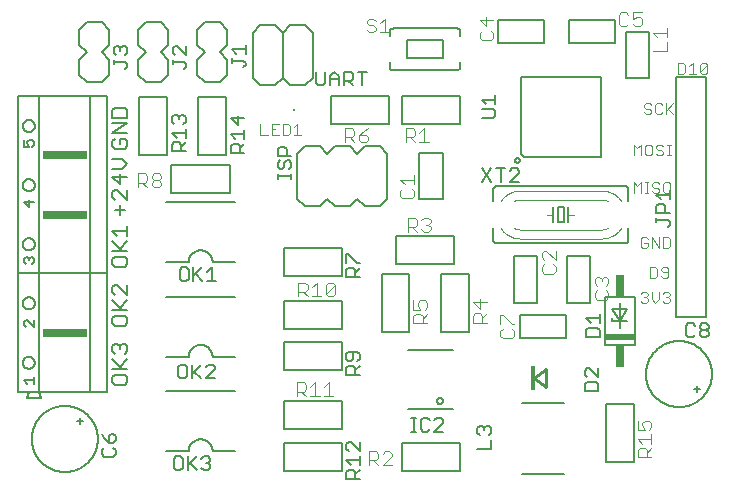
<source format=gbr>
G75*
%MOIN*%
%OFA0B0*%
%FSLAX25Y25*%
%IPPOS*%
%LPD*%
%AMOC8*
5,1,8,0,0,1.08239X$1,22.5*
%
%ADD10C,0.00600*%
%ADD11C,0.00400*%
%ADD12C,0.00591*%
%ADD13C,0.01000*%
%ADD14R,0.01181X0.08268*%
%ADD15C,0.00500*%
%ADD16C,0.00800*%
%ADD17R,0.00787X0.00787*%
%ADD18C,0.00300*%
%ADD19R,0.15000X0.03000*%
%ADD20C,0.00200*%
%ADD21R,0.10000X0.02000*%
%ADD22R,0.03000X0.07500*%
D10*
X0032843Y0019517D02*
X0032846Y0019787D01*
X0032856Y0020057D01*
X0032873Y0020326D01*
X0032896Y0020595D01*
X0032926Y0020864D01*
X0032962Y0021131D01*
X0033005Y0021398D01*
X0033054Y0021663D01*
X0033110Y0021927D01*
X0033173Y0022190D01*
X0033241Y0022451D01*
X0033317Y0022710D01*
X0033398Y0022967D01*
X0033486Y0023223D01*
X0033580Y0023476D01*
X0033680Y0023727D01*
X0033787Y0023975D01*
X0033899Y0024220D01*
X0034018Y0024463D01*
X0034142Y0024702D01*
X0034272Y0024939D01*
X0034408Y0025172D01*
X0034550Y0025402D01*
X0034697Y0025628D01*
X0034850Y0025851D01*
X0035008Y0026070D01*
X0035171Y0026285D01*
X0035340Y0026495D01*
X0035514Y0026702D01*
X0035693Y0026904D01*
X0035876Y0027102D01*
X0036065Y0027295D01*
X0036258Y0027484D01*
X0036456Y0027667D01*
X0036658Y0027846D01*
X0036865Y0028020D01*
X0037075Y0028189D01*
X0037290Y0028352D01*
X0037509Y0028510D01*
X0037732Y0028663D01*
X0037958Y0028810D01*
X0038188Y0028952D01*
X0038421Y0029088D01*
X0038658Y0029218D01*
X0038897Y0029342D01*
X0039140Y0029461D01*
X0039385Y0029573D01*
X0039633Y0029680D01*
X0039884Y0029780D01*
X0040137Y0029874D01*
X0040393Y0029962D01*
X0040650Y0030043D01*
X0040909Y0030119D01*
X0041170Y0030187D01*
X0041433Y0030250D01*
X0041697Y0030306D01*
X0041962Y0030355D01*
X0042229Y0030398D01*
X0042496Y0030434D01*
X0042765Y0030464D01*
X0043034Y0030487D01*
X0043303Y0030504D01*
X0043573Y0030514D01*
X0043843Y0030517D01*
X0044113Y0030514D01*
X0044383Y0030504D01*
X0044652Y0030487D01*
X0044921Y0030464D01*
X0045190Y0030434D01*
X0045457Y0030398D01*
X0045724Y0030355D01*
X0045989Y0030306D01*
X0046253Y0030250D01*
X0046516Y0030187D01*
X0046777Y0030119D01*
X0047036Y0030043D01*
X0047293Y0029962D01*
X0047549Y0029874D01*
X0047802Y0029780D01*
X0048053Y0029680D01*
X0048301Y0029573D01*
X0048546Y0029461D01*
X0048789Y0029342D01*
X0049028Y0029218D01*
X0049265Y0029088D01*
X0049498Y0028952D01*
X0049728Y0028810D01*
X0049954Y0028663D01*
X0050177Y0028510D01*
X0050396Y0028352D01*
X0050611Y0028189D01*
X0050821Y0028020D01*
X0051028Y0027846D01*
X0051230Y0027667D01*
X0051428Y0027484D01*
X0051621Y0027295D01*
X0051810Y0027102D01*
X0051993Y0026904D01*
X0052172Y0026702D01*
X0052346Y0026495D01*
X0052515Y0026285D01*
X0052678Y0026070D01*
X0052836Y0025851D01*
X0052989Y0025628D01*
X0053136Y0025402D01*
X0053278Y0025172D01*
X0053414Y0024939D01*
X0053544Y0024702D01*
X0053668Y0024463D01*
X0053787Y0024220D01*
X0053899Y0023975D01*
X0054006Y0023727D01*
X0054106Y0023476D01*
X0054200Y0023223D01*
X0054288Y0022967D01*
X0054369Y0022710D01*
X0054445Y0022451D01*
X0054513Y0022190D01*
X0054576Y0021927D01*
X0054632Y0021663D01*
X0054681Y0021398D01*
X0054724Y0021131D01*
X0054760Y0020864D01*
X0054790Y0020595D01*
X0054813Y0020326D01*
X0054830Y0020057D01*
X0054840Y0019787D01*
X0054843Y0019517D01*
X0054840Y0019247D01*
X0054830Y0018977D01*
X0054813Y0018708D01*
X0054790Y0018439D01*
X0054760Y0018170D01*
X0054724Y0017903D01*
X0054681Y0017636D01*
X0054632Y0017371D01*
X0054576Y0017107D01*
X0054513Y0016844D01*
X0054445Y0016583D01*
X0054369Y0016324D01*
X0054288Y0016067D01*
X0054200Y0015811D01*
X0054106Y0015558D01*
X0054006Y0015307D01*
X0053899Y0015059D01*
X0053787Y0014814D01*
X0053668Y0014571D01*
X0053544Y0014332D01*
X0053414Y0014095D01*
X0053278Y0013862D01*
X0053136Y0013632D01*
X0052989Y0013406D01*
X0052836Y0013183D01*
X0052678Y0012964D01*
X0052515Y0012749D01*
X0052346Y0012539D01*
X0052172Y0012332D01*
X0051993Y0012130D01*
X0051810Y0011932D01*
X0051621Y0011739D01*
X0051428Y0011550D01*
X0051230Y0011367D01*
X0051028Y0011188D01*
X0050821Y0011014D01*
X0050611Y0010845D01*
X0050396Y0010682D01*
X0050177Y0010524D01*
X0049954Y0010371D01*
X0049728Y0010224D01*
X0049498Y0010082D01*
X0049265Y0009946D01*
X0049028Y0009816D01*
X0048789Y0009692D01*
X0048546Y0009573D01*
X0048301Y0009461D01*
X0048053Y0009354D01*
X0047802Y0009254D01*
X0047549Y0009160D01*
X0047293Y0009072D01*
X0047036Y0008991D01*
X0046777Y0008915D01*
X0046516Y0008847D01*
X0046253Y0008784D01*
X0045989Y0008728D01*
X0045724Y0008679D01*
X0045457Y0008636D01*
X0045190Y0008600D01*
X0044921Y0008570D01*
X0044652Y0008547D01*
X0044383Y0008530D01*
X0044113Y0008520D01*
X0043843Y0008517D01*
X0043573Y0008520D01*
X0043303Y0008530D01*
X0043034Y0008547D01*
X0042765Y0008570D01*
X0042496Y0008600D01*
X0042229Y0008636D01*
X0041962Y0008679D01*
X0041697Y0008728D01*
X0041433Y0008784D01*
X0041170Y0008847D01*
X0040909Y0008915D01*
X0040650Y0008991D01*
X0040393Y0009072D01*
X0040137Y0009160D01*
X0039884Y0009254D01*
X0039633Y0009354D01*
X0039385Y0009461D01*
X0039140Y0009573D01*
X0038897Y0009692D01*
X0038658Y0009816D01*
X0038421Y0009946D01*
X0038188Y0010082D01*
X0037958Y0010224D01*
X0037732Y0010371D01*
X0037509Y0010524D01*
X0037290Y0010682D01*
X0037075Y0010845D01*
X0036865Y0011014D01*
X0036658Y0011188D01*
X0036456Y0011367D01*
X0036258Y0011550D01*
X0036065Y0011739D01*
X0035876Y0011932D01*
X0035693Y0012130D01*
X0035514Y0012332D01*
X0035340Y0012539D01*
X0035171Y0012749D01*
X0035008Y0012964D01*
X0034850Y0013183D01*
X0034697Y0013406D01*
X0034550Y0013632D01*
X0034408Y0013862D01*
X0034272Y0014095D01*
X0034142Y0014332D01*
X0034018Y0014571D01*
X0033899Y0014814D01*
X0033787Y0015059D01*
X0033680Y0015307D01*
X0033580Y0015558D01*
X0033486Y0015811D01*
X0033398Y0016067D01*
X0033317Y0016324D01*
X0033241Y0016583D01*
X0033173Y0016844D01*
X0033110Y0017107D01*
X0033054Y0017371D01*
X0033005Y0017636D01*
X0032962Y0017903D01*
X0032926Y0018170D01*
X0032896Y0018439D01*
X0032873Y0018708D01*
X0032856Y0018977D01*
X0032846Y0019247D01*
X0032843Y0019517D01*
X0047843Y0025517D02*
X0049843Y0025517D01*
X0048843Y0026517D02*
X0048843Y0024517D01*
X0052343Y0035177D02*
X0035343Y0035177D01*
X0035343Y0074677D01*
X0035343Y0133777D01*
X0052343Y0133777D01*
X0057843Y0133777D01*
X0057843Y0074677D01*
X0052343Y0074677D01*
X0035343Y0074677D01*
X0028343Y0074677D01*
X0028343Y0035177D01*
X0031843Y0035177D01*
X0035343Y0035177D01*
X0035843Y0033177D01*
X0031343Y0033177D01*
X0031843Y0035177D01*
X0029843Y0044977D02*
X0029845Y0045066D01*
X0029851Y0045155D01*
X0029861Y0045244D01*
X0029875Y0045332D01*
X0029892Y0045419D01*
X0029914Y0045505D01*
X0029940Y0045591D01*
X0029969Y0045675D01*
X0030002Y0045758D01*
X0030038Y0045839D01*
X0030079Y0045919D01*
X0030122Y0045996D01*
X0030169Y0046072D01*
X0030220Y0046145D01*
X0030273Y0046216D01*
X0030330Y0046285D01*
X0030390Y0046351D01*
X0030453Y0046415D01*
X0030518Y0046475D01*
X0030586Y0046533D01*
X0030657Y0046587D01*
X0030730Y0046638D01*
X0030805Y0046686D01*
X0030882Y0046731D01*
X0030961Y0046772D01*
X0031042Y0046809D01*
X0031124Y0046843D01*
X0031208Y0046874D01*
X0031293Y0046900D01*
X0031379Y0046923D01*
X0031466Y0046941D01*
X0031554Y0046956D01*
X0031643Y0046967D01*
X0031732Y0046974D01*
X0031821Y0046977D01*
X0031910Y0046976D01*
X0031999Y0046971D01*
X0032087Y0046962D01*
X0032176Y0046949D01*
X0032263Y0046932D01*
X0032350Y0046912D01*
X0032436Y0046887D01*
X0032520Y0046859D01*
X0032603Y0046827D01*
X0032685Y0046791D01*
X0032765Y0046752D01*
X0032843Y0046709D01*
X0032919Y0046663D01*
X0032993Y0046613D01*
X0033065Y0046560D01*
X0033134Y0046504D01*
X0033201Y0046445D01*
X0033265Y0046383D01*
X0033326Y0046319D01*
X0033385Y0046251D01*
X0033440Y0046181D01*
X0033492Y0046109D01*
X0033541Y0046034D01*
X0033586Y0045958D01*
X0033628Y0045879D01*
X0033666Y0045799D01*
X0033701Y0045717D01*
X0033732Y0045633D01*
X0033760Y0045548D01*
X0033783Y0045462D01*
X0033803Y0045375D01*
X0033819Y0045288D01*
X0033831Y0045199D01*
X0033839Y0045111D01*
X0033843Y0045022D01*
X0033843Y0044932D01*
X0033839Y0044843D01*
X0033831Y0044755D01*
X0033819Y0044666D01*
X0033803Y0044579D01*
X0033783Y0044492D01*
X0033760Y0044406D01*
X0033732Y0044321D01*
X0033701Y0044237D01*
X0033666Y0044155D01*
X0033628Y0044075D01*
X0033586Y0043996D01*
X0033541Y0043920D01*
X0033492Y0043845D01*
X0033440Y0043773D01*
X0033385Y0043703D01*
X0033326Y0043635D01*
X0033265Y0043571D01*
X0033201Y0043509D01*
X0033134Y0043450D01*
X0033065Y0043394D01*
X0032993Y0043341D01*
X0032919Y0043291D01*
X0032843Y0043245D01*
X0032765Y0043202D01*
X0032685Y0043163D01*
X0032603Y0043127D01*
X0032520Y0043095D01*
X0032436Y0043067D01*
X0032350Y0043042D01*
X0032263Y0043022D01*
X0032176Y0043005D01*
X0032087Y0042992D01*
X0031999Y0042983D01*
X0031910Y0042978D01*
X0031821Y0042977D01*
X0031732Y0042980D01*
X0031643Y0042987D01*
X0031554Y0042998D01*
X0031466Y0043013D01*
X0031379Y0043031D01*
X0031293Y0043054D01*
X0031208Y0043080D01*
X0031124Y0043111D01*
X0031042Y0043145D01*
X0030961Y0043182D01*
X0030882Y0043223D01*
X0030805Y0043268D01*
X0030730Y0043316D01*
X0030657Y0043367D01*
X0030586Y0043421D01*
X0030518Y0043479D01*
X0030453Y0043539D01*
X0030390Y0043603D01*
X0030330Y0043669D01*
X0030273Y0043738D01*
X0030220Y0043809D01*
X0030169Y0043882D01*
X0030122Y0043958D01*
X0030079Y0044035D01*
X0030038Y0044115D01*
X0030002Y0044196D01*
X0029969Y0044279D01*
X0029940Y0044363D01*
X0029914Y0044449D01*
X0029892Y0044535D01*
X0029875Y0044622D01*
X0029861Y0044710D01*
X0029851Y0044799D01*
X0029845Y0044888D01*
X0029843Y0044977D01*
X0052343Y0035177D02*
X0052343Y0074677D01*
X0052343Y0133777D01*
X0059700Y0129088D02*
X0059700Y0126586D01*
X0064704Y0126586D01*
X0064704Y0129088D01*
X0063870Y0129922D01*
X0060534Y0129922D01*
X0059700Y0129088D01*
X0059700Y0124766D02*
X0064704Y0124766D01*
X0059700Y0121430D01*
X0064704Y0121430D01*
X0063870Y0119609D02*
X0062202Y0119609D01*
X0062202Y0117941D01*
X0060534Y0116273D02*
X0063870Y0116273D01*
X0064704Y0117107D01*
X0064704Y0118775D01*
X0063870Y0119609D01*
X0060534Y0119609D02*
X0059700Y0118775D01*
X0059700Y0117107D01*
X0060534Y0116273D01*
X0059700Y0112933D02*
X0063036Y0112933D01*
X0064704Y0111265D01*
X0063036Y0109597D01*
X0059700Y0109597D01*
X0059700Y0106942D02*
X0062202Y0104440D01*
X0062202Y0107777D01*
X0064704Y0106942D02*
X0059700Y0106942D01*
X0060534Y0102620D02*
X0059700Y0101786D01*
X0059700Y0100118D01*
X0060534Y0099284D01*
X0062202Y0097464D02*
X0062202Y0094128D01*
X0060534Y0095796D02*
X0063870Y0095796D01*
X0064704Y0099284D02*
X0061368Y0102620D01*
X0060534Y0102620D01*
X0064704Y0102620D02*
X0064704Y0099284D01*
X0064704Y0090552D02*
X0064704Y0087216D01*
X0064704Y0088884D02*
X0059700Y0088884D01*
X0061368Y0087216D01*
X0059700Y0085396D02*
X0063036Y0082060D01*
X0062202Y0082894D02*
X0064704Y0085396D01*
X0064704Y0082060D02*
X0059700Y0082060D01*
X0060534Y0080239D02*
X0059700Y0079405D01*
X0059700Y0077737D01*
X0060534Y0076903D01*
X0063870Y0076903D01*
X0064704Y0077737D01*
X0064704Y0079405D01*
X0063870Y0080239D01*
X0060534Y0080239D01*
X0057843Y0074677D02*
X0057843Y0035177D01*
X0052343Y0035177D01*
X0059700Y0038367D02*
X0059700Y0040035D01*
X0060534Y0040869D01*
X0063870Y0040869D01*
X0064704Y0040035D01*
X0064704Y0038367D01*
X0063870Y0037533D01*
X0060534Y0037533D01*
X0059700Y0038367D01*
X0059700Y0042689D02*
X0064704Y0042689D01*
X0063036Y0042689D02*
X0059700Y0046026D01*
X0060534Y0047846D02*
X0059700Y0048680D01*
X0059700Y0050348D01*
X0060534Y0051182D01*
X0061368Y0051182D01*
X0062202Y0050348D01*
X0063036Y0051182D01*
X0063870Y0051182D01*
X0064704Y0050348D01*
X0064704Y0048680D01*
X0063870Y0047846D01*
X0064704Y0046026D02*
X0062202Y0043524D01*
X0062202Y0049514D02*
X0062202Y0050348D01*
X0060534Y0057218D02*
X0063870Y0057218D01*
X0064704Y0058052D01*
X0064704Y0059720D01*
X0063870Y0060554D01*
X0060534Y0060554D01*
X0059700Y0059720D01*
X0059700Y0058052D01*
X0060534Y0057218D01*
X0059700Y0062375D02*
X0064704Y0062375D01*
X0063036Y0062375D02*
X0059700Y0065711D01*
X0060534Y0067531D02*
X0059700Y0068365D01*
X0059700Y0070033D01*
X0060534Y0070867D01*
X0061368Y0070867D01*
X0064704Y0067531D01*
X0064704Y0070867D01*
X0064704Y0065711D02*
X0062202Y0063209D01*
X0077662Y0066918D02*
X0100575Y0066918D01*
X0100575Y0078414D02*
X0093119Y0078414D01*
X0093117Y0078540D01*
X0093111Y0078665D01*
X0093101Y0078790D01*
X0093087Y0078915D01*
X0093070Y0079040D01*
X0093048Y0079164D01*
X0093023Y0079287D01*
X0092993Y0079409D01*
X0092960Y0079530D01*
X0092923Y0079650D01*
X0092883Y0079769D01*
X0092838Y0079886D01*
X0092790Y0080003D01*
X0092738Y0080117D01*
X0092683Y0080230D01*
X0092624Y0080341D01*
X0092562Y0080450D01*
X0092496Y0080557D01*
X0092427Y0080662D01*
X0092355Y0080765D01*
X0092280Y0080866D01*
X0092201Y0080964D01*
X0092119Y0081059D01*
X0092035Y0081152D01*
X0091947Y0081242D01*
X0091857Y0081330D01*
X0091764Y0081414D01*
X0091669Y0081496D01*
X0091571Y0081575D01*
X0091470Y0081650D01*
X0091367Y0081722D01*
X0091262Y0081791D01*
X0091155Y0081857D01*
X0091046Y0081919D01*
X0090935Y0081978D01*
X0090822Y0082033D01*
X0090708Y0082085D01*
X0090591Y0082133D01*
X0090474Y0082178D01*
X0090355Y0082218D01*
X0090235Y0082255D01*
X0090114Y0082288D01*
X0089992Y0082318D01*
X0089869Y0082343D01*
X0089745Y0082365D01*
X0089620Y0082382D01*
X0089495Y0082396D01*
X0089370Y0082406D01*
X0089245Y0082412D01*
X0089119Y0082414D01*
X0088993Y0082412D01*
X0088868Y0082406D01*
X0088743Y0082396D01*
X0088618Y0082382D01*
X0088493Y0082365D01*
X0088369Y0082343D01*
X0088246Y0082318D01*
X0088124Y0082288D01*
X0088003Y0082255D01*
X0087883Y0082218D01*
X0087764Y0082178D01*
X0087647Y0082133D01*
X0087530Y0082085D01*
X0087416Y0082033D01*
X0087303Y0081978D01*
X0087192Y0081919D01*
X0087083Y0081857D01*
X0086976Y0081791D01*
X0086871Y0081722D01*
X0086768Y0081650D01*
X0086667Y0081575D01*
X0086569Y0081496D01*
X0086474Y0081414D01*
X0086381Y0081330D01*
X0086291Y0081242D01*
X0086203Y0081152D01*
X0086119Y0081059D01*
X0086037Y0080964D01*
X0085958Y0080866D01*
X0085883Y0080765D01*
X0085811Y0080662D01*
X0085742Y0080557D01*
X0085676Y0080450D01*
X0085614Y0080341D01*
X0085555Y0080230D01*
X0085500Y0080117D01*
X0085448Y0080003D01*
X0085400Y0079886D01*
X0085355Y0079769D01*
X0085315Y0079650D01*
X0085278Y0079530D01*
X0085245Y0079409D01*
X0085215Y0079287D01*
X0085190Y0079164D01*
X0085168Y0079040D01*
X0085151Y0078915D01*
X0085137Y0078790D01*
X0085127Y0078665D01*
X0085121Y0078540D01*
X0085119Y0078414D01*
X0077662Y0078414D01*
X0077662Y0098414D02*
X0100575Y0098414D01*
X0121363Y0099615D02*
X0121363Y0114615D01*
X0123863Y0117115D01*
X0128863Y0117115D01*
X0131363Y0114615D01*
X0133863Y0117115D01*
X0138863Y0117115D01*
X0141363Y0114615D01*
X0143863Y0117115D01*
X0148863Y0117115D01*
X0151363Y0114615D01*
X0151363Y0099615D01*
X0148863Y0097115D01*
X0143863Y0097115D01*
X0141363Y0099615D01*
X0138863Y0097115D01*
X0133863Y0097115D01*
X0131363Y0099615D01*
X0128863Y0097115D01*
X0123863Y0097115D01*
X0121363Y0099615D01*
X0119020Y0137469D02*
X0124020Y0137469D01*
X0126520Y0139969D01*
X0126520Y0154969D01*
X0124020Y0157469D01*
X0119020Y0157469D01*
X0116520Y0154969D01*
X0116520Y0139969D01*
X0119020Y0137469D01*
X0116520Y0139969D02*
X0114020Y0137469D01*
X0109020Y0137469D01*
X0106520Y0139969D01*
X0106520Y0154969D01*
X0109020Y0157469D01*
X0114020Y0157469D01*
X0116520Y0154969D01*
X0182781Y0132603D02*
X0184249Y0131135D01*
X0182781Y0132603D02*
X0187185Y0132603D01*
X0187185Y0131135D02*
X0187185Y0134071D01*
X0186451Y0129467D02*
X0182781Y0129467D01*
X0186451Y0129467D02*
X0187185Y0128733D01*
X0187185Y0127265D01*
X0186451Y0126532D01*
X0182781Y0126532D01*
X0187697Y0103820D02*
X0230697Y0103820D01*
X0230757Y0103818D01*
X0230818Y0103813D01*
X0230877Y0103804D01*
X0230936Y0103791D01*
X0230995Y0103775D01*
X0231052Y0103755D01*
X0231107Y0103732D01*
X0231162Y0103705D01*
X0231214Y0103676D01*
X0231265Y0103643D01*
X0231314Y0103607D01*
X0231360Y0103569D01*
X0231404Y0103527D01*
X0231446Y0103483D01*
X0231484Y0103437D01*
X0231520Y0103388D01*
X0231553Y0103337D01*
X0231582Y0103285D01*
X0231609Y0103230D01*
X0231632Y0103175D01*
X0231652Y0103118D01*
X0231668Y0103059D01*
X0231681Y0103000D01*
X0231690Y0102941D01*
X0231695Y0102880D01*
X0231697Y0102820D01*
X0231697Y0098820D01*
X0231697Y0089820D02*
X0231697Y0085820D01*
X0231695Y0085760D01*
X0231690Y0085699D01*
X0231681Y0085640D01*
X0231668Y0085581D01*
X0231652Y0085522D01*
X0231632Y0085465D01*
X0231609Y0085410D01*
X0231582Y0085355D01*
X0231553Y0085303D01*
X0231520Y0085252D01*
X0231484Y0085203D01*
X0231446Y0085157D01*
X0231404Y0085113D01*
X0231360Y0085071D01*
X0231314Y0085033D01*
X0231265Y0084997D01*
X0231214Y0084964D01*
X0231162Y0084935D01*
X0231107Y0084908D01*
X0231052Y0084885D01*
X0230995Y0084865D01*
X0230936Y0084849D01*
X0230877Y0084836D01*
X0230818Y0084827D01*
X0230757Y0084822D01*
X0230697Y0084820D01*
X0187697Y0084820D01*
X0187637Y0084822D01*
X0187576Y0084827D01*
X0187517Y0084836D01*
X0187458Y0084849D01*
X0187399Y0084865D01*
X0187342Y0084885D01*
X0187287Y0084908D01*
X0187232Y0084935D01*
X0187180Y0084964D01*
X0187129Y0084997D01*
X0187080Y0085033D01*
X0187034Y0085071D01*
X0186990Y0085113D01*
X0186948Y0085157D01*
X0186910Y0085203D01*
X0186874Y0085252D01*
X0186841Y0085303D01*
X0186812Y0085355D01*
X0186785Y0085410D01*
X0186762Y0085465D01*
X0186742Y0085522D01*
X0186726Y0085581D01*
X0186713Y0085640D01*
X0186704Y0085699D01*
X0186699Y0085760D01*
X0186697Y0085820D01*
X0186697Y0089820D01*
X0186697Y0098820D02*
X0186697Y0102820D01*
X0186699Y0102880D01*
X0186704Y0102941D01*
X0186713Y0103000D01*
X0186726Y0103059D01*
X0186742Y0103118D01*
X0186762Y0103175D01*
X0186785Y0103230D01*
X0186812Y0103285D01*
X0186841Y0103337D01*
X0186874Y0103388D01*
X0186910Y0103437D01*
X0186948Y0103483D01*
X0186990Y0103527D01*
X0187034Y0103569D01*
X0187080Y0103607D01*
X0187129Y0103643D01*
X0187180Y0103676D01*
X0187232Y0103705D01*
X0187287Y0103732D01*
X0187342Y0103755D01*
X0187399Y0103775D01*
X0187458Y0103791D01*
X0187517Y0103804D01*
X0187576Y0103813D01*
X0187637Y0103818D01*
X0187697Y0103820D01*
X0206697Y0096820D02*
X0206697Y0094320D01*
X0206697Y0091820D01*
X0208197Y0091820D02*
X0210197Y0091820D01*
X0210197Y0096820D01*
X0208197Y0096820D01*
X0208197Y0091820D01*
X0211697Y0091820D02*
X0211697Y0094320D01*
X0211697Y0096820D01*
X0223882Y0066887D02*
X0223882Y0050887D01*
X0233882Y0050887D01*
X0233882Y0066887D01*
X0223882Y0066887D01*
X0226382Y0062887D02*
X0228882Y0058887D01*
X0226382Y0058887D01*
X0226382Y0059887D01*
X0228882Y0058887D02*
X0228882Y0056387D01*
X0228882Y0058887D02*
X0231382Y0058887D01*
X0228882Y0058887D02*
X0228882Y0064887D01*
X0226382Y0062887D02*
X0231382Y0062887D01*
X0228882Y0058887D01*
X0237567Y0041170D02*
X0237570Y0041440D01*
X0237580Y0041710D01*
X0237597Y0041979D01*
X0237620Y0042248D01*
X0237650Y0042517D01*
X0237686Y0042784D01*
X0237729Y0043051D01*
X0237778Y0043316D01*
X0237834Y0043580D01*
X0237897Y0043843D01*
X0237965Y0044104D01*
X0238041Y0044363D01*
X0238122Y0044620D01*
X0238210Y0044876D01*
X0238304Y0045129D01*
X0238404Y0045380D01*
X0238511Y0045628D01*
X0238623Y0045873D01*
X0238742Y0046116D01*
X0238866Y0046355D01*
X0238996Y0046592D01*
X0239132Y0046825D01*
X0239274Y0047055D01*
X0239421Y0047281D01*
X0239574Y0047504D01*
X0239732Y0047723D01*
X0239895Y0047938D01*
X0240064Y0048148D01*
X0240238Y0048355D01*
X0240417Y0048557D01*
X0240600Y0048755D01*
X0240789Y0048948D01*
X0240982Y0049137D01*
X0241180Y0049320D01*
X0241382Y0049499D01*
X0241589Y0049673D01*
X0241799Y0049842D01*
X0242014Y0050005D01*
X0242233Y0050163D01*
X0242456Y0050316D01*
X0242682Y0050463D01*
X0242912Y0050605D01*
X0243145Y0050741D01*
X0243382Y0050871D01*
X0243621Y0050995D01*
X0243864Y0051114D01*
X0244109Y0051226D01*
X0244357Y0051333D01*
X0244608Y0051433D01*
X0244861Y0051527D01*
X0245117Y0051615D01*
X0245374Y0051696D01*
X0245633Y0051772D01*
X0245894Y0051840D01*
X0246157Y0051903D01*
X0246421Y0051959D01*
X0246686Y0052008D01*
X0246953Y0052051D01*
X0247220Y0052087D01*
X0247489Y0052117D01*
X0247758Y0052140D01*
X0248027Y0052157D01*
X0248297Y0052167D01*
X0248567Y0052170D01*
X0248837Y0052167D01*
X0249107Y0052157D01*
X0249376Y0052140D01*
X0249645Y0052117D01*
X0249914Y0052087D01*
X0250181Y0052051D01*
X0250448Y0052008D01*
X0250713Y0051959D01*
X0250977Y0051903D01*
X0251240Y0051840D01*
X0251501Y0051772D01*
X0251760Y0051696D01*
X0252017Y0051615D01*
X0252273Y0051527D01*
X0252526Y0051433D01*
X0252777Y0051333D01*
X0253025Y0051226D01*
X0253270Y0051114D01*
X0253513Y0050995D01*
X0253752Y0050871D01*
X0253989Y0050741D01*
X0254222Y0050605D01*
X0254452Y0050463D01*
X0254678Y0050316D01*
X0254901Y0050163D01*
X0255120Y0050005D01*
X0255335Y0049842D01*
X0255545Y0049673D01*
X0255752Y0049499D01*
X0255954Y0049320D01*
X0256152Y0049137D01*
X0256345Y0048948D01*
X0256534Y0048755D01*
X0256717Y0048557D01*
X0256896Y0048355D01*
X0257070Y0048148D01*
X0257239Y0047938D01*
X0257402Y0047723D01*
X0257560Y0047504D01*
X0257713Y0047281D01*
X0257860Y0047055D01*
X0258002Y0046825D01*
X0258138Y0046592D01*
X0258268Y0046355D01*
X0258392Y0046116D01*
X0258511Y0045873D01*
X0258623Y0045628D01*
X0258730Y0045380D01*
X0258830Y0045129D01*
X0258924Y0044876D01*
X0259012Y0044620D01*
X0259093Y0044363D01*
X0259169Y0044104D01*
X0259237Y0043843D01*
X0259300Y0043580D01*
X0259356Y0043316D01*
X0259405Y0043051D01*
X0259448Y0042784D01*
X0259484Y0042517D01*
X0259514Y0042248D01*
X0259537Y0041979D01*
X0259554Y0041710D01*
X0259564Y0041440D01*
X0259567Y0041170D01*
X0259564Y0040900D01*
X0259554Y0040630D01*
X0259537Y0040361D01*
X0259514Y0040092D01*
X0259484Y0039823D01*
X0259448Y0039556D01*
X0259405Y0039289D01*
X0259356Y0039024D01*
X0259300Y0038760D01*
X0259237Y0038497D01*
X0259169Y0038236D01*
X0259093Y0037977D01*
X0259012Y0037720D01*
X0258924Y0037464D01*
X0258830Y0037211D01*
X0258730Y0036960D01*
X0258623Y0036712D01*
X0258511Y0036467D01*
X0258392Y0036224D01*
X0258268Y0035985D01*
X0258138Y0035748D01*
X0258002Y0035515D01*
X0257860Y0035285D01*
X0257713Y0035059D01*
X0257560Y0034836D01*
X0257402Y0034617D01*
X0257239Y0034402D01*
X0257070Y0034192D01*
X0256896Y0033985D01*
X0256717Y0033783D01*
X0256534Y0033585D01*
X0256345Y0033392D01*
X0256152Y0033203D01*
X0255954Y0033020D01*
X0255752Y0032841D01*
X0255545Y0032667D01*
X0255335Y0032498D01*
X0255120Y0032335D01*
X0254901Y0032177D01*
X0254678Y0032024D01*
X0254452Y0031877D01*
X0254222Y0031735D01*
X0253989Y0031599D01*
X0253752Y0031469D01*
X0253513Y0031345D01*
X0253270Y0031226D01*
X0253025Y0031114D01*
X0252777Y0031007D01*
X0252526Y0030907D01*
X0252273Y0030813D01*
X0252017Y0030725D01*
X0251760Y0030644D01*
X0251501Y0030568D01*
X0251240Y0030500D01*
X0250977Y0030437D01*
X0250713Y0030381D01*
X0250448Y0030332D01*
X0250181Y0030289D01*
X0249914Y0030253D01*
X0249645Y0030223D01*
X0249376Y0030200D01*
X0249107Y0030183D01*
X0248837Y0030173D01*
X0248567Y0030170D01*
X0248297Y0030173D01*
X0248027Y0030183D01*
X0247758Y0030200D01*
X0247489Y0030223D01*
X0247220Y0030253D01*
X0246953Y0030289D01*
X0246686Y0030332D01*
X0246421Y0030381D01*
X0246157Y0030437D01*
X0245894Y0030500D01*
X0245633Y0030568D01*
X0245374Y0030644D01*
X0245117Y0030725D01*
X0244861Y0030813D01*
X0244608Y0030907D01*
X0244357Y0031007D01*
X0244109Y0031114D01*
X0243864Y0031226D01*
X0243621Y0031345D01*
X0243382Y0031469D01*
X0243145Y0031599D01*
X0242912Y0031735D01*
X0242682Y0031877D01*
X0242456Y0032024D01*
X0242233Y0032177D01*
X0242014Y0032335D01*
X0241799Y0032498D01*
X0241589Y0032667D01*
X0241382Y0032841D01*
X0241180Y0033020D01*
X0240982Y0033203D01*
X0240789Y0033392D01*
X0240600Y0033585D01*
X0240417Y0033783D01*
X0240238Y0033985D01*
X0240064Y0034192D01*
X0239895Y0034402D01*
X0239732Y0034617D01*
X0239574Y0034836D01*
X0239421Y0035059D01*
X0239274Y0035285D01*
X0239132Y0035515D01*
X0238996Y0035748D01*
X0238866Y0035985D01*
X0238742Y0036224D01*
X0238623Y0036467D01*
X0238511Y0036712D01*
X0238404Y0036960D01*
X0238304Y0037211D01*
X0238210Y0037464D01*
X0238122Y0037720D01*
X0238041Y0037977D01*
X0237965Y0038236D01*
X0237897Y0038497D01*
X0237834Y0038760D01*
X0237778Y0039024D01*
X0237729Y0039289D01*
X0237686Y0039556D01*
X0237650Y0039823D01*
X0237620Y0040092D01*
X0237597Y0040361D01*
X0237580Y0040630D01*
X0237570Y0040900D01*
X0237567Y0041170D01*
X0253567Y0036170D02*
X0255567Y0036170D01*
X0254567Y0037170D02*
X0254567Y0035170D01*
X0100575Y0035422D02*
X0077662Y0035422D01*
X0077662Y0046918D02*
X0085119Y0046918D01*
X0085121Y0047044D01*
X0085127Y0047169D01*
X0085137Y0047294D01*
X0085151Y0047419D01*
X0085168Y0047544D01*
X0085190Y0047668D01*
X0085215Y0047791D01*
X0085245Y0047913D01*
X0085278Y0048034D01*
X0085315Y0048154D01*
X0085355Y0048273D01*
X0085400Y0048390D01*
X0085448Y0048507D01*
X0085500Y0048621D01*
X0085555Y0048734D01*
X0085614Y0048845D01*
X0085676Y0048954D01*
X0085742Y0049061D01*
X0085811Y0049166D01*
X0085883Y0049269D01*
X0085958Y0049370D01*
X0086037Y0049468D01*
X0086119Y0049563D01*
X0086203Y0049656D01*
X0086291Y0049746D01*
X0086381Y0049834D01*
X0086474Y0049918D01*
X0086569Y0050000D01*
X0086667Y0050079D01*
X0086768Y0050154D01*
X0086871Y0050226D01*
X0086976Y0050295D01*
X0087083Y0050361D01*
X0087192Y0050423D01*
X0087303Y0050482D01*
X0087416Y0050537D01*
X0087530Y0050589D01*
X0087647Y0050637D01*
X0087764Y0050682D01*
X0087883Y0050722D01*
X0088003Y0050759D01*
X0088124Y0050792D01*
X0088246Y0050822D01*
X0088369Y0050847D01*
X0088493Y0050869D01*
X0088618Y0050886D01*
X0088743Y0050900D01*
X0088868Y0050910D01*
X0088993Y0050916D01*
X0089119Y0050918D01*
X0089245Y0050916D01*
X0089370Y0050910D01*
X0089495Y0050900D01*
X0089620Y0050886D01*
X0089745Y0050869D01*
X0089869Y0050847D01*
X0089992Y0050822D01*
X0090114Y0050792D01*
X0090235Y0050759D01*
X0090355Y0050722D01*
X0090474Y0050682D01*
X0090591Y0050637D01*
X0090708Y0050589D01*
X0090822Y0050537D01*
X0090935Y0050482D01*
X0091046Y0050423D01*
X0091155Y0050361D01*
X0091262Y0050295D01*
X0091367Y0050226D01*
X0091470Y0050154D01*
X0091571Y0050079D01*
X0091669Y0050000D01*
X0091764Y0049918D01*
X0091857Y0049834D01*
X0091947Y0049746D01*
X0092035Y0049656D01*
X0092119Y0049563D01*
X0092201Y0049468D01*
X0092280Y0049370D01*
X0092355Y0049269D01*
X0092427Y0049166D01*
X0092496Y0049061D01*
X0092562Y0048954D01*
X0092624Y0048845D01*
X0092683Y0048734D01*
X0092738Y0048621D01*
X0092790Y0048507D01*
X0092838Y0048390D01*
X0092883Y0048273D01*
X0092923Y0048154D01*
X0092960Y0048034D01*
X0092993Y0047913D01*
X0093023Y0047791D01*
X0093048Y0047668D01*
X0093070Y0047544D01*
X0093087Y0047419D01*
X0093101Y0047294D01*
X0093111Y0047169D01*
X0093117Y0047044D01*
X0093119Y0046918D01*
X0100575Y0046918D01*
X0100575Y0015422D02*
X0093119Y0015422D01*
X0093117Y0015548D01*
X0093111Y0015673D01*
X0093101Y0015798D01*
X0093087Y0015923D01*
X0093070Y0016048D01*
X0093048Y0016172D01*
X0093023Y0016295D01*
X0092993Y0016417D01*
X0092960Y0016538D01*
X0092923Y0016658D01*
X0092883Y0016777D01*
X0092838Y0016894D01*
X0092790Y0017011D01*
X0092738Y0017125D01*
X0092683Y0017238D01*
X0092624Y0017349D01*
X0092562Y0017458D01*
X0092496Y0017565D01*
X0092427Y0017670D01*
X0092355Y0017773D01*
X0092280Y0017874D01*
X0092201Y0017972D01*
X0092119Y0018067D01*
X0092035Y0018160D01*
X0091947Y0018250D01*
X0091857Y0018338D01*
X0091764Y0018422D01*
X0091669Y0018504D01*
X0091571Y0018583D01*
X0091470Y0018658D01*
X0091367Y0018730D01*
X0091262Y0018799D01*
X0091155Y0018865D01*
X0091046Y0018927D01*
X0090935Y0018986D01*
X0090822Y0019041D01*
X0090708Y0019093D01*
X0090591Y0019141D01*
X0090474Y0019186D01*
X0090355Y0019226D01*
X0090235Y0019263D01*
X0090114Y0019296D01*
X0089992Y0019326D01*
X0089869Y0019351D01*
X0089745Y0019373D01*
X0089620Y0019390D01*
X0089495Y0019404D01*
X0089370Y0019414D01*
X0089245Y0019420D01*
X0089119Y0019422D01*
X0088993Y0019420D01*
X0088868Y0019414D01*
X0088743Y0019404D01*
X0088618Y0019390D01*
X0088493Y0019373D01*
X0088369Y0019351D01*
X0088246Y0019326D01*
X0088124Y0019296D01*
X0088003Y0019263D01*
X0087883Y0019226D01*
X0087764Y0019186D01*
X0087647Y0019141D01*
X0087530Y0019093D01*
X0087416Y0019041D01*
X0087303Y0018986D01*
X0087192Y0018927D01*
X0087083Y0018865D01*
X0086976Y0018799D01*
X0086871Y0018730D01*
X0086768Y0018658D01*
X0086667Y0018583D01*
X0086569Y0018504D01*
X0086474Y0018422D01*
X0086381Y0018338D01*
X0086291Y0018250D01*
X0086203Y0018160D01*
X0086119Y0018067D01*
X0086037Y0017972D01*
X0085958Y0017874D01*
X0085883Y0017773D01*
X0085811Y0017670D01*
X0085742Y0017565D01*
X0085676Y0017458D01*
X0085614Y0017349D01*
X0085555Y0017238D01*
X0085500Y0017125D01*
X0085448Y0017011D01*
X0085400Y0016894D01*
X0085355Y0016777D01*
X0085315Y0016658D01*
X0085278Y0016538D01*
X0085245Y0016417D01*
X0085215Y0016295D01*
X0085190Y0016172D01*
X0085168Y0016048D01*
X0085151Y0015923D01*
X0085137Y0015798D01*
X0085127Y0015673D01*
X0085121Y0015548D01*
X0085119Y0015422D01*
X0077662Y0015422D01*
X0029843Y0064777D02*
X0029845Y0064866D01*
X0029851Y0064955D01*
X0029861Y0065044D01*
X0029875Y0065132D01*
X0029892Y0065219D01*
X0029914Y0065305D01*
X0029940Y0065391D01*
X0029969Y0065475D01*
X0030002Y0065558D01*
X0030038Y0065639D01*
X0030079Y0065719D01*
X0030122Y0065796D01*
X0030169Y0065872D01*
X0030220Y0065945D01*
X0030273Y0066016D01*
X0030330Y0066085D01*
X0030390Y0066151D01*
X0030453Y0066215D01*
X0030518Y0066275D01*
X0030586Y0066333D01*
X0030657Y0066387D01*
X0030730Y0066438D01*
X0030805Y0066486D01*
X0030882Y0066531D01*
X0030961Y0066572D01*
X0031042Y0066609D01*
X0031124Y0066643D01*
X0031208Y0066674D01*
X0031293Y0066700D01*
X0031379Y0066723D01*
X0031466Y0066741D01*
X0031554Y0066756D01*
X0031643Y0066767D01*
X0031732Y0066774D01*
X0031821Y0066777D01*
X0031910Y0066776D01*
X0031999Y0066771D01*
X0032087Y0066762D01*
X0032176Y0066749D01*
X0032263Y0066732D01*
X0032350Y0066712D01*
X0032436Y0066687D01*
X0032520Y0066659D01*
X0032603Y0066627D01*
X0032685Y0066591D01*
X0032765Y0066552D01*
X0032843Y0066509D01*
X0032919Y0066463D01*
X0032993Y0066413D01*
X0033065Y0066360D01*
X0033134Y0066304D01*
X0033201Y0066245D01*
X0033265Y0066183D01*
X0033326Y0066119D01*
X0033385Y0066051D01*
X0033440Y0065981D01*
X0033492Y0065909D01*
X0033541Y0065834D01*
X0033586Y0065758D01*
X0033628Y0065679D01*
X0033666Y0065599D01*
X0033701Y0065517D01*
X0033732Y0065433D01*
X0033760Y0065348D01*
X0033783Y0065262D01*
X0033803Y0065175D01*
X0033819Y0065088D01*
X0033831Y0064999D01*
X0033839Y0064911D01*
X0033843Y0064822D01*
X0033843Y0064732D01*
X0033839Y0064643D01*
X0033831Y0064555D01*
X0033819Y0064466D01*
X0033803Y0064379D01*
X0033783Y0064292D01*
X0033760Y0064206D01*
X0033732Y0064121D01*
X0033701Y0064037D01*
X0033666Y0063955D01*
X0033628Y0063875D01*
X0033586Y0063796D01*
X0033541Y0063720D01*
X0033492Y0063645D01*
X0033440Y0063573D01*
X0033385Y0063503D01*
X0033326Y0063435D01*
X0033265Y0063371D01*
X0033201Y0063309D01*
X0033134Y0063250D01*
X0033065Y0063194D01*
X0032993Y0063141D01*
X0032919Y0063091D01*
X0032843Y0063045D01*
X0032765Y0063002D01*
X0032685Y0062963D01*
X0032603Y0062927D01*
X0032520Y0062895D01*
X0032436Y0062867D01*
X0032350Y0062842D01*
X0032263Y0062822D01*
X0032176Y0062805D01*
X0032087Y0062792D01*
X0031999Y0062783D01*
X0031910Y0062778D01*
X0031821Y0062777D01*
X0031732Y0062780D01*
X0031643Y0062787D01*
X0031554Y0062798D01*
X0031466Y0062813D01*
X0031379Y0062831D01*
X0031293Y0062854D01*
X0031208Y0062880D01*
X0031124Y0062911D01*
X0031042Y0062945D01*
X0030961Y0062982D01*
X0030882Y0063023D01*
X0030805Y0063068D01*
X0030730Y0063116D01*
X0030657Y0063167D01*
X0030586Y0063221D01*
X0030518Y0063279D01*
X0030453Y0063339D01*
X0030390Y0063403D01*
X0030330Y0063469D01*
X0030273Y0063538D01*
X0030220Y0063609D01*
X0030169Y0063682D01*
X0030122Y0063758D01*
X0030079Y0063835D01*
X0030038Y0063915D01*
X0030002Y0063996D01*
X0029969Y0064079D01*
X0029940Y0064163D01*
X0029914Y0064249D01*
X0029892Y0064335D01*
X0029875Y0064422D01*
X0029861Y0064510D01*
X0029851Y0064599D01*
X0029845Y0064688D01*
X0029843Y0064777D01*
X0028343Y0074677D02*
X0028343Y0133777D01*
X0035343Y0133777D01*
X0029843Y0123877D02*
X0029845Y0123966D01*
X0029851Y0124055D01*
X0029861Y0124144D01*
X0029875Y0124232D01*
X0029892Y0124319D01*
X0029914Y0124405D01*
X0029940Y0124491D01*
X0029969Y0124575D01*
X0030002Y0124658D01*
X0030038Y0124739D01*
X0030079Y0124819D01*
X0030122Y0124896D01*
X0030169Y0124972D01*
X0030220Y0125045D01*
X0030273Y0125116D01*
X0030330Y0125185D01*
X0030390Y0125251D01*
X0030453Y0125315D01*
X0030518Y0125375D01*
X0030586Y0125433D01*
X0030657Y0125487D01*
X0030730Y0125538D01*
X0030805Y0125586D01*
X0030882Y0125631D01*
X0030961Y0125672D01*
X0031042Y0125709D01*
X0031124Y0125743D01*
X0031208Y0125774D01*
X0031293Y0125800D01*
X0031379Y0125823D01*
X0031466Y0125841D01*
X0031554Y0125856D01*
X0031643Y0125867D01*
X0031732Y0125874D01*
X0031821Y0125877D01*
X0031910Y0125876D01*
X0031999Y0125871D01*
X0032087Y0125862D01*
X0032176Y0125849D01*
X0032263Y0125832D01*
X0032350Y0125812D01*
X0032436Y0125787D01*
X0032520Y0125759D01*
X0032603Y0125727D01*
X0032685Y0125691D01*
X0032765Y0125652D01*
X0032843Y0125609D01*
X0032919Y0125563D01*
X0032993Y0125513D01*
X0033065Y0125460D01*
X0033134Y0125404D01*
X0033201Y0125345D01*
X0033265Y0125283D01*
X0033326Y0125219D01*
X0033385Y0125151D01*
X0033440Y0125081D01*
X0033492Y0125009D01*
X0033541Y0124934D01*
X0033586Y0124858D01*
X0033628Y0124779D01*
X0033666Y0124699D01*
X0033701Y0124617D01*
X0033732Y0124533D01*
X0033760Y0124448D01*
X0033783Y0124362D01*
X0033803Y0124275D01*
X0033819Y0124188D01*
X0033831Y0124099D01*
X0033839Y0124011D01*
X0033843Y0123922D01*
X0033843Y0123832D01*
X0033839Y0123743D01*
X0033831Y0123655D01*
X0033819Y0123566D01*
X0033803Y0123479D01*
X0033783Y0123392D01*
X0033760Y0123306D01*
X0033732Y0123221D01*
X0033701Y0123137D01*
X0033666Y0123055D01*
X0033628Y0122975D01*
X0033586Y0122896D01*
X0033541Y0122820D01*
X0033492Y0122745D01*
X0033440Y0122673D01*
X0033385Y0122603D01*
X0033326Y0122535D01*
X0033265Y0122471D01*
X0033201Y0122409D01*
X0033134Y0122350D01*
X0033065Y0122294D01*
X0032993Y0122241D01*
X0032919Y0122191D01*
X0032843Y0122145D01*
X0032765Y0122102D01*
X0032685Y0122063D01*
X0032603Y0122027D01*
X0032520Y0121995D01*
X0032436Y0121967D01*
X0032350Y0121942D01*
X0032263Y0121922D01*
X0032176Y0121905D01*
X0032087Y0121892D01*
X0031999Y0121883D01*
X0031910Y0121878D01*
X0031821Y0121877D01*
X0031732Y0121880D01*
X0031643Y0121887D01*
X0031554Y0121898D01*
X0031466Y0121913D01*
X0031379Y0121931D01*
X0031293Y0121954D01*
X0031208Y0121980D01*
X0031124Y0122011D01*
X0031042Y0122045D01*
X0030961Y0122082D01*
X0030882Y0122123D01*
X0030805Y0122168D01*
X0030730Y0122216D01*
X0030657Y0122267D01*
X0030586Y0122321D01*
X0030518Y0122379D01*
X0030453Y0122439D01*
X0030390Y0122503D01*
X0030330Y0122569D01*
X0030273Y0122638D01*
X0030220Y0122709D01*
X0030169Y0122782D01*
X0030122Y0122858D01*
X0030079Y0122935D01*
X0030038Y0123015D01*
X0030002Y0123096D01*
X0029969Y0123179D01*
X0029940Y0123263D01*
X0029914Y0123349D01*
X0029892Y0123435D01*
X0029875Y0123522D01*
X0029861Y0123610D01*
X0029851Y0123699D01*
X0029845Y0123788D01*
X0029843Y0123877D01*
X0029843Y0104177D02*
X0029845Y0104266D01*
X0029851Y0104355D01*
X0029861Y0104444D01*
X0029875Y0104532D01*
X0029892Y0104619D01*
X0029914Y0104705D01*
X0029940Y0104791D01*
X0029969Y0104875D01*
X0030002Y0104958D01*
X0030038Y0105039D01*
X0030079Y0105119D01*
X0030122Y0105196D01*
X0030169Y0105272D01*
X0030220Y0105345D01*
X0030273Y0105416D01*
X0030330Y0105485D01*
X0030390Y0105551D01*
X0030453Y0105615D01*
X0030518Y0105675D01*
X0030586Y0105733D01*
X0030657Y0105787D01*
X0030730Y0105838D01*
X0030805Y0105886D01*
X0030882Y0105931D01*
X0030961Y0105972D01*
X0031042Y0106009D01*
X0031124Y0106043D01*
X0031208Y0106074D01*
X0031293Y0106100D01*
X0031379Y0106123D01*
X0031466Y0106141D01*
X0031554Y0106156D01*
X0031643Y0106167D01*
X0031732Y0106174D01*
X0031821Y0106177D01*
X0031910Y0106176D01*
X0031999Y0106171D01*
X0032087Y0106162D01*
X0032176Y0106149D01*
X0032263Y0106132D01*
X0032350Y0106112D01*
X0032436Y0106087D01*
X0032520Y0106059D01*
X0032603Y0106027D01*
X0032685Y0105991D01*
X0032765Y0105952D01*
X0032843Y0105909D01*
X0032919Y0105863D01*
X0032993Y0105813D01*
X0033065Y0105760D01*
X0033134Y0105704D01*
X0033201Y0105645D01*
X0033265Y0105583D01*
X0033326Y0105519D01*
X0033385Y0105451D01*
X0033440Y0105381D01*
X0033492Y0105309D01*
X0033541Y0105234D01*
X0033586Y0105158D01*
X0033628Y0105079D01*
X0033666Y0104999D01*
X0033701Y0104917D01*
X0033732Y0104833D01*
X0033760Y0104748D01*
X0033783Y0104662D01*
X0033803Y0104575D01*
X0033819Y0104488D01*
X0033831Y0104399D01*
X0033839Y0104311D01*
X0033843Y0104222D01*
X0033843Y0104132D01*
X0033839Y0104043D01*
X0033831Y0103955D01*
X0033819Y0103866D01*
X0033803Y0103779D01*
X0033783Y0103692D01*
X0033760Y0103606D01*
X0033732Y0103521D01*
X0033701Y0103437D01*
X0033666Y0103355D01*
X0033628Y0103275D01*
X0033586Y0103196D01*
X0033541Y0103120D01*
X0033492Y0103045D01*
X0033440Y0102973D01*
X0033385Y0102903D01*
X0033326Y0102835D01*
X0033265Y0102771D01*
X0033201Y0102709D01*
X0033134Y0102650D01*
X0033065Y0102594D01*
X0032993Y0102541D01*
X0032919Y0102491D01*
X0032843Y0102445D01*
X0032765Y0102402D01*
X0032685Y0102363D01*
X0032603Y0102327D01*
X0032520Y0102295D01*
X0032436Y0102267D01*
X0032350Y0102242D01*
X0032263Y0102222D01*
X0032176Y0102205D01*
X0032087Y0102192D01*
X0031999Y0102183D01*
X0031910Y0102178D01*
X0031821Y0102177D01*
X0031732Y0102180D01*
X0031643Y0102187D01*
X0031554Y0102198D01*
X0031466Y0102213D01*
X0031379Y0102231D01*
X0031293Y0102254D01*
X0031208Y0102280D01*
X0031124Y0102311D01*
X0031042Y0102345D01*
X0030961Y0102382D01*
X0030882Y0102423D01*
X0030805Y0102468D01*
X0030730Y0102516D01*
X0030657Y0102567D01*
X0030586Y0102621D01*
X0030518Y0102679D01*
X0030453Y0102739D01*
X0030390Y0102803D01*
X0030330Y0102869D01*
X0030273Y0102938D01*
X0030220Y0103009D01*
X0030169Y0103082D01*
X0030122Y0103158D01*
X0030079Y0103235D01*
X0030038Y0103315D01*
X0030002Y0103396D01*
X0029969Y0103479D01*
X0029940Y0103563D01*
X0029914Y0103649D01*
X0029892Y0103735D01*
X0029875Y0103822D01*
X0029861Y0103910D01*
X0029851Y0103999D01*
X0029845Y0104088D01*
X0029843Y0104177D01*
X0029843Y0084477D02*
X0029845Y0084566D01*
X0029851Y0084655D01*
X0029861Y0084744D01*
X0029875Y0084832D01*
X0029892Y0084919D01*
X0029914Y0085005D01*
X0029940Y0085091D01*
X0029969Y0085175D01*
X0030002Y0085258D01*
X0030038Y0085339D01*
X0030079Y0085419D01*
X0030122Y0085496D01*
X0030169Y0085572D01*
X0030220Y0085645D01*
X0030273Y0085716D01*
X0030330Y0085785D01*
X0030390Y0085851D01*
X0030453Y0085915D01*
X0030518Y0085975D01*
X0030586Y0086033D01*
X0030657Y0086087D01*
X0030730Y0086138D01*
X0030805Y0086186D01*
X0030882Y0086231D01*
X0030961Y0086272D01*
X0031042Y0086309D01*
X0031124Y0086343D01*
X0031208Y0086374D01*
X0031293Y0086400D01*
X0031379Y0086423D01*
X0031466Y0086441D01*
X0031554Y0086456D01*
X0031643Y0086467D01*
X0031732Y0086474D01*
X0031821Y0086477D01*
X0031910Y0086476D01*
X0031999Y0086471D01*
X0032087Y0086462D01*
X0032176Y0086449D01*
X0032263Y0086432D01*
X0032350Y0086412D01*
X0032436Y0086387D01*
X0032520Y0086359D01*
X0032603Y0086327D01*
X0032685Y0086291D01*
X0032765Y0086252D01*
X0032843Y0086209D01*
X0032919Y0086163D01*
X0032993Y0086113D01*
X0033065Y0086060D01*
X0033134Y0086004D01*
X0033201Y0085945D01*
X0033265Y0085883D01*
X0033326Y0085819D01*
X0033385Y0085751D01*
X0033440Y0085681D01*
X0033492Y0085609D01*
X0033541Y0085534D01*
X0033586Y0085458D01*
X0033628Y0085379D01*
X0033666Y0085299D01*
X0033701Y0085217D01*
X0033732Y0085133D01*
X0033760Y0085048D01*
X0033783Y0084962D01*
X0033803Y0084875D01*
X0033819Y0084788D01*
X0033831Y0084699D01*
X0033839Y0084611D01*
X0033843Y0084522D01*
X0033843Y0084432D01*
X0033839Y0084343D01*
X0033831Y0084255D01*
X0033819Y0084166D01*
X0033803Y0084079D01*
X0033783Y0083992D01*
X0033760Y0083906D01*
X0033732Y0083821D01*
X0033701Y0083737D01*
X0033666Y0083655D01*
X0033628Y0083575D01*
X0033586Y0083496D01*
X0033541Y0083420D01*
X0033492Y0083345D01*
X0033440Y0083273D01*
X0033385Y0083203D01*
X0033326Y0083135D01*
X0033265Y0083071D01*
X0033201Y0083009D01*
X0033134Y0082950D01*
X0033065Y0082894D01*
X0032993Y0082841D01*
X0032919Y0082791D01*
X0032843Y0082745D01*
X0032765Y0082702D01*
X0032685Y0082663D01*
X0032603Y0082627D01*
X0032520Y0082595D01*
X0032436Y0082567D01*
X0032350Y0082542D01*
X0032263Y0082522D01*
X0032176Y0082505D01*
X0032087Y0082492D01*
X0031999Y0082483D01*
X0031910Y0082478D01*
X0031821Y0082477D01*
X0031732Y0082480D01*
X0031643Y0082487D01*
X0031554Y0082498D01*
X0031466Y0082513D01*
X0031379Y0082531D01*
X0031293Y0082554D01*
X0031208Y0082580D01*
X0031124Y0082611D01*
X0031042Y0082645D01*
X0030961Y0082682D01*
X0030882Y0082723D01*
X0030805Y0082768D01*
X0030730Y0082816D01*
X0030657Y0082867D01*
X0030586Y0082921D01*
X0030518Y0082979D01*
X0030453Y0083039D01*
X0030390Y0083103D01*
X0030330Y0083169D01*
X0030273Y0083238D01*
X0030220Y0083309D01*
X0030169Y0083382D01*
X0030122Y0083458D01*
X0030079Y0083535D01*
X0030038Y0083615D01*
X0030002Y0083696D01*
X0029969Y0083779D01*
X0029940Y0083863D01*
X0029914Y0083949D01*
X0029892Y0084035D01*
X0029875Y0084122D01*
X0029861Y0084210D01*
X0029851Y0084299D01*
X0029845Y0084388D01*
X0029843Y0084477D01*
D11*
X0068182Y0103398D02*
X0068182Y0108002D01*
X0070484Y0108002D01*
X0071251Y0107234D01*
X0071251Y0105700D01*
X0070484Y0104932D01*
X0068182Y0104932D01*
X0069716Y0104932D02*
X0071251Y0103398D01*
X0072786Y0104165D02*
X0072786Y0104932D01*
X0073553Y0105700D01*
X0075088Y0105700D01*
X0075855Y0104932D01*
X0075855Y0104165D01*
X0075088Y0103398D01*
X0073553Y0103398D01*
X0072786Y0104165D01*
X0073553Y0105700D02*
X0072786Y0106467D01*
X0072786Y0107234D01*
X0073553Y0108002D01*
X0075088Y0108002D01*
X0075855Y0107234D01*
X0075855Y0106467D01*
X0075088Y0105700D01*
X0121720Y0071643D02*
X0124022Y0071643D01*
X0124789Y0070876D01*
X0124789Y0069341D01*
X0124022Y0068574D01*
X0121720Y0068574D01*
X0121720Y0067039D02*
X0121720Y0071643D01*
X0123255Y0068574D02*
X0124789Y0067039D01*
X0126324Y0067039D02*
X0129393Y0067039D01*
X0127859Y0067039D02*
X0127859Y0071643D01*
X0126324Y0070109D01*
X0130928Y0070876D02*
X0130928Y0067807D01*
X0133997Y0070876D01*
X0133997Y0067807D01*
X0133230Y0067039D01*
X0131695Y0067039D01*
X0130928Y0067807D01*
X0130928Y0070876D02*
X0131695Y0071643D01*
X0133230Y0071643D01*
X0133997Y0070876D01*
X0160063Y0065702D02*
X0160063Y0062632D01*
X0162365Y0062632D01*
X0161597Y0064167D01*
X0161597Y0064934D01*
X0162365Y0065702D01*
X0163899Y0065702D01*
X0164667Y0064934D01*
X0164667Y0063400D01*
X0163899Y0062632D01*
X0164667Y0061098D02*
X0163132Y0059563D01*
X0163132Y0060330D02*
X0163132Y0058028D01*
X0164667Y0058028D02*
X0160063Y0058028D01*
X0160063Y0060330D01*
X0160830Y0061098D01*
X0162365Y0061098D01*
X0163132Y0060330D01*
X0179846Y0060626D02*
X0179846Y0058324D01*
X0184450Y0058324D01*
X0182915Y0058324D02*
X0182915Y0060626D01*
X0182148Y0061393D01*
X0180614Y0061393D01*
X0179846Y0060626D01*
X0182915Y0059858D02*
X0184450Y0061393D01*
X0182148Y0062928D02*
X0182148Y0065997D01*
X0179846Y0065230D02*
X0182148Y0062928D01*
X0184450Y0065230D02*
X0179846Y0065230D01*
X0189059Y0060776D02*
X0189826Y0060776D01*
X0192895Y0057706D01*
X0193663Y0057706D01*
X0192895Y0056172D02*
X0193663Y0055404D01*
X0193663Y0053870D01*
X0192895Y0053102D01*
X0189826Y0053102D01*
X0189059Y0053870D01*
X0189059Y0055404D01*
X0189826Y0056172D01*
X0189059Y0057706D02*
X0189059Y0060776D01*
X0203586Y0074638D02*
X0206655Y0074638D01*
X0207423Y0075405D01*
X0207423Y0076940D01*
X0206655Y0077707D01*
X0207423Y0079242D02*
X0204353Y0082311D01*
X0203586Y0082311D01*
X0202819Y0081544D01*
X0202819Y0080009D01*
X0203586Y0079242D01*
X0203586Y0077707D02*
X0202819Y0076940D01*
X0202819Y0075405D01*
X0203586Y0074638D01*
X0207423Y0079242D02*
X0207423Y0082311D01*
X0220456Y0072887D02*
X0221224Y0073654D01*
X0221991Y0073654D01*
X0222758Y0072887D01*
X0223526Y0073654D01*
X0224293Y0073654D01*
X0225060Y0072887D01*
X0225060Y0071352D01*
X0224293Y0070585D01*
X0224293Y0069050D02*
X0225060Y0068283D01*
X0225060Y0066748D01*
X0224293Y0065981D01*
X0221224Y0065981D01*
X0220456Y0066748D01*
X0220456Y0068283D01*
X0221224Y0069050D01*
X0221224Y0070585D02*
X0220456Y0071352D01*
X0220456Y0072887D01*
X0222758Y0072887D02*
X0222758Y0072120D01*
X0235750Y0067932D02*
X0236350Y0068532D01*
X0237551Y0068532D01*
X0238152Y0067932D01*
X0238152Y0067331D01*
X0237551Y0066731D01*
X0238152Y0066130D01*
X0238152Y0065530D01*
X0237551Y0064929D01*
X0236350Y0064929D01*
X0235750Y0065530D01*
X0236951Y0066731D02*
X0237551Y0066731D01*
X0239433Y0066130D02*
X0240634Y0064929D01*
X0241835Y0066130D01*
X0241835Y0068532D01*
X0243116Y0067932D02*
X0243716Y0068532D01*
X0244917Y0068532D01*
X0245518Y0067932D01*
X0245518Y0067331D01*
X0244917Y0066731D01*
X0245518Y0066130D01*
X0245518Y0065530D01*
X0244917Y0064929D01*
X0243716Y0064929D01*
X0243116Y0065530D01*
X0244317Y0066731D02*
X0244917Y0066731D01*
X0239433Y0066130D02*
X0239433Y0068532D01*
X0238941Y0073295D02*
X0240742Y0073295D01*
X0241343Y0073896D01*
X0241343Y0076298D01*
X0240742Y0076898D01*
X0238941Y0076898D01*
X0238941Y0073295D01*
X0242624Y0073896D02*
X0243224Y0073295D01*
X0244425Y0073295D01*
X0245026Y0073896D01*
X0245026Y0076298D01*
X0244425Y0076898D01*
X0243224Y0076898D01*
X0242624Y0076298D01*
X0242624Y0075697D01*
X0243224Y0075097D01*
X0245026Y0075097D01*
X0244917Y0083138D02*
X0243116Y0083138D01*
X0243116Y0086741D01*
X0244917Y0086741D01*
X0245518Y0086140D01*
X0245518Y0083738D01*
X0244917Y0083138D01*
X0241835Y0083138D02*
X0241835Y0086741D01*
X0239433Y0086741D02*
X0241835Y0083138D01*
X0239433Y0083138D02*
X0239433Y0086741D01*
X0238152Y0086140D02*
X0237551Y0086741D01*
X0236350Y0086741D01*
X0235750Y0086140D01*
X0235750Y0083738D01*
X0236350Y0083138D01*
X0237551Y0083138D01*
X0238152Y0083738D01*
X0238152Y0084939D01*
X0236951Y0084939D01*
X0237195Y0101409D02*
X0238396Y0101409D01*
X0237795Y0101409D02*
X0237795Y0105013D01*
X0237195Y0105013D02*
X0238396Y0105013D01*
X0239650Y0104412D02*
X0239650Y0103811D01*
X0240251Y0103211D01*
X0241452Y0103211D01*
X0242052Y0102610D01*
X0242052Y0102010D01*
X0241452Y0101409D01*
X0240251Y0101409D01*
X0239650Y0102010D01*
X0239650Y0104412D02*
X0240251Y0105013D01*
X0241452Y0105013D01*
X0242052Y0104412D01*
X0243333Y0104412D02*
X0243333Y0102010D01*
X0243934Y0101409D01*
X0245135Y0101409D01*
X0245735Y0102010D01*
X0245735Y0104412D01*
X0245135Y0105013D01*
X0243934Y0105013D01*
X0243333Y0104412D01*
X0235914Y0105013D02*
X0235914Y0101409D01*
X0233512Y0101409D02*
X0233512Y0105013D01*
X0234713Y0103811D01*
X0235914Y0105013D01*
X0235914Y0114008D02*
X0235914Y0117611D01*
X0234713Y0116410D01*
X0233512Y0117611D01*
X0233512Y0114008D01*
X0237195Y0114608D02*
X0237795Y0114008D01*
X0238996Y0114008D01*
X0239597Y0114608D01*
X0239597Y0117010D01*
X0238996Y0117611D01*
X0237795Y0117611D01*
X0237195Y0117010D01*
X0237195Y0114608D01*
X0240878Y0114608D02*
X0241478Y0114008D01*
X0242679Y0114008D01*
X0243280Y0114608D01*
X0243280Y0115209D01*
X0242679Y0115809D01*
X0241478Y0115809D01*
X0240878Y0116410D01*
X0240878Y0117010D01*
X0241478Y0117611D01*
X0242679Y0117611D01*
X0243280Y0117010D01*
X0244561Y0117611D02*
X0245762Y0117611D01*
X0245161Y0117611D02*
X0245161Y0114008D01*
X0244561Y0114008D02*
X0245762Y0114008D01*
X0246725Y0127787D02*
X0244923Y0129589D01*
X0244323Y0128988D02*
X0246725Y0131390D01*
X0244323Y0131390D02*
X0244323Y0127787D01*
X0243042Y0128388D02*
X0242441Y0127787D01*
X0241240Y0127787D01*
X0240640Y0128388D01*
X0240640Y0130790D01*
X0241240Y0131390D01*
X0242441Y0131390D01*
X0243042Y0130790D01*
X0239358Y0130790D02*
X0238758Y0131390D01*
X0237557Y0131390D01*
X0236956Y0130790D01*
X0236956Y0130189D01*
X0237557Y0129589D01*
X0238758Y0129589D01*
X0239358Y0128988D01*
X0239358Y0128388D01*
X0238758Y0127787D01*
X0237557Y0127787D01*
X0236956Y0128388D01*
X0248275Y0141272D02*
X0250077Y0141272D01*
X0250677Y0141872D01*
X0250677Y0144274D01*
X0250077Y0144875D01*
X0248275Y0144875D01*
X0248275Y0141272D01*
X0251958Y0141272D02*
X0254361Y0141272D01*
X0253159Y0141272D02*
X0253159Y0144875D01*
X0251958Y0143674D01*
X0255642Y0144274D02*
X0255642Y0141872D01*
X0258044Y0144274D01*
X0258044Y0141872D01*
X0257443Y0141272D01*
X0256242Y0141272D01*
X0255642Y0141872D01*
X0255642Y0144274D02*
X0256242Y0144875D01*
X0257443Y0144875D01*
X0258044Y0144274D01*
X0244430Y0148850D02*
X0244430Y0151920D01*
X0244430Y0153454D02*
X0244430Y0156524D01*
X0244430Y0154989D02*
X0239827Y0154989D01*
X0241361Y0153454D01*
X0239827Y0148850D02*
X0244430Y0148850D01*
X0235417Y0157098D02*
X0233883Y0157098D01*
X0233115Y0157866D01*
X0231581Y0157866D02*
X0230813Y0157098D01*
X0229279Y0157098D01*
X0228512Y0157866D01*
X0228512Y0160935D01*
X0229279Y0161702D01*
X0230813Y0161702D01*
X0231581Y0160935D01*
X0233115Y0161702D02*
X0233115Y0159400D01*
X0234650Y0160168D01*
X0235417Y0160168D01*
X0236185Y0159400D01*
X0236185Y0157866D01*
X0235417Y0157098D01*
X0236185Y0161702D02*
X0233115Y0161702D01*
X0186694Y0159300D02*
X0182090Y0159300D01*
X0184392Y0156998D01*
X0184392Y0160067D01*
X0182858Y0155463D02*
X0182090Y0154696D01*
X0182090Y0153161D01*
X0182858Y0152394D01*
X0185927Y0152394D01*
X0186694Y0153161D01*
X0186694Y0154696D01*
X0185927Y0155463D01*
X0152110Y0155051D02*
X0149041Y0155051D01*
X0150575Y0155051D02*
X0150575Y0159655D01*
X0149041Y0158120D01*
X0147506Y0158888D02*
X0146739Y0159655D01*
X0145204Y0159655D01*
X0144437Y0158888D01*
X0144437Y0158120D01*
X0145204Y0157353D01*
X0146739Y0157353D01*
X0147506Y0156586D01*
X0147506Y0155818D01*
X0146739Y0155051D01*
X0145204Y0155051D01*
X0144437Y0155818D01*
X0144949Y0123080D02*
X0143415Y0122313D01*
X0141880Y0120778D01*
X0144182Y0120778D01*
X0144949Y0120011D01*
X0144949Y0119244D01*
X0144182Y0118476D01*
X0142647Y0118476D01*
X0141880Y0119244D01*
X0141880Y0120778D01*
X0140345Y0120778D02*
X0139578Y0120011D01*
X0137276Y0120011D01*
X0137276Y0118476D02*
X0137276Y0123080D01*
X0139578Y0123080D01*
X0140345Y0122313D01*
X0140345Y0120778D01*
X0138811Y0120011D02*
X0140345Y0118476D01*
X0157453Y0118476D02*
X0157453Y0123080D01*
X0159755Y0123080D01*
X0160523Y0122313D01*
X0160523Y0120778D01*
X0159755Y0120011D01*
X0157453Y0120011D01*
X0158988Y0120011D02*
X0160523Y0118476D01*
X0162057Y0118476D02*
X0165126Y0118476D01*
X0163592Y0118476D02*
X0163592Y0123080D01*
X0162057Y0121546D01*
X0160198Y0107528D02*
X0160198Y0104458D01*
X0160198Y0105993D02*
X0155594Y0105993D01*
X0157129Y0104458D01*
X0156362Y0102924D02*
X0155594Y0102156D01*
X0155594Y0100622D01*
X0156362Y0099854D01*
X0159431Y0099854D01*
X0160198Y0100622D01*
X0160198Y0102156D01*
X0159431Y0102924D01*
X0160439Y0093198D02*
X0158138Y0093198D01*
X0158138Y0088594D01*
X0158138Y0090129D02*
X0160439Y0090129D01*
X0161207Y0090896D01*
X0161207Y0092431D01*
X0160439Y0093198D01*
X0162741Y0092431D02*
X0163509Y0093198D01*
X0165043Y0093198D01*
X0165811Y0092431D01*
X0165811Y0091664D01*
X0165043Y0090896D01*
X0165811Y0090129D01*
X0165811Y0089362D01*
X0165043Y0088594D01*
X0163509Y0088594D01*
X0162741Y0089362D01*
X0161207Y0088594D02*
X0159672Y0090129D01*
X0164276Y0090896D02*
X0165043Y0090896D01*
X0131872Y0038395D02*
X0131872Y0033791D01*
X0130337Y0033791D02*
X0133407Y0033791D01*
X0130337Y0036861D02*
X0131872Y0038395D01*
X0127268Y0038395D02*
X0127268Y0033791D01*
X0125734Y0033791D02*
X0128803Y0033791D01*
X0125734Y0036861D02*
X0127268Y0038395D01*
X0124199Y0037628D02*
X0124199Y0036093D01*
X0123432Y0035326D01*
X0121130Y0035326D01*
X0122664Y0035326D02*
X0124199Y0033791D01*
X0121130Y0033791D02*
X0121130Y0038395D01*
X0123432Y0038395D01*
X0124199Y0037628D01*
X0145150Y0015403D02*
X0147452Y0015403D01*
X0148219Y0014636D01*
X0148219Y0013101D01*
X0147452Y0012334D01*
X0145150Y0012334D01*
X0146685Y0012334D02*
X0148219Y0010799D01*
X0149754Y0010799D02*
X0152823Y0013868D01*
X0152823Y0014636D01*
X0152056Y0015403D01*
X0150521Y0015403D01*
X0149754Y0014636D01*
X0145150Y0015403D02*
X0145150Y0010799D01*
X0149754Y0010799D02*
X0152823Y0010799D01*
X0234787Y0013365D02*
X0234787Y0015667D01*
X0235554Y0016435D01*
X0237089Y0016435D01*
X0237856Y0015667D01*
X0237856Y0013365D01*
X0237856Y0014900D02*
X0239391Y0016435D01*
X0239391Y0017969D02*
X0239391Y0021039D01*
X0239391Y0019504D02*
X0234787Y0019504D01*
X0236322Y0017969D01*
X0234787Y0013365D02*
X0239391Y0013365D01*
X0238624Y0022573D02*
X0239391Y0023341D01*
X0239391Y0024875D01*
X0238624Y0025642D01*
X0237089Y0025642D01*
X0236322Y0024875D01*
X0236322Y0024108D01*
X0237089Y0022573D01*
X0234787Y0022573D01*
X0234787Y0025642D01*
D12*
X0233540Y0031221D02*
X0224225Y0031221D01*
X0224225Y0011749D01*
X0233540Y0011749D01*
X0233540Y0031221D01*
X0211060Y0053048D02*
X0211060Y0060788D01*
X0195524Y0060788D01*
X0195524Y0053048D01*
X0211060Y0053048D01*
X0211233Y0064898D02*
X0218973Y0064898D01*
X0218973Y0080434D01*
X0211233Y0080434D01*
X0211233Y0064898D01*
X0201256Y0064898D02*
X0193516Y0064898D01*
X0193516Y0080434D01*
X0201256Y0080434D01*
X0201256Y0064898D01*
X0178422Y0074528D02*
X0178422Y0055056D01*
X0169107Y0055056D01*
X0169107Y0074528D01*
X0178422Y0074528D01*
X0173658Y0077851D02*
X0154186Y0077851D01*
X0154186Y0087166D01*
X0173658Y0087166D01*
X0173658Y0077851D01*
X0158737Y0074528D02*
X0158737Y0055056D01*
X0149422Y0055056D01*
X0149422Y0074528D01*
X0158737Y0074528D01*
X0136256Y0073914D02*
X0136256Y0083229D01*
X0116784Y0083229D01*
X0116784Y0073914D01*
X0136256Y0073914D01*
X0136256Y0065513D02*
X0136256Y0056198D01*
X0116784Y0056198D01*
X0116784Y0065513D01*
X0136256Y0065513D01*
X0136256Y0051733D02*
X0116784Y0051733D01*
X0116784Y0042418D01*
X0136256Y0042418D01*
X0136256Y0051733D01*
X0136256Y0032048D02*
X0116784Y0032048D01*
X0116784Y0022733D01*
X0136256Y0022733D01*
X0136256Y0032048D01*
X0136256Y0018269D02*
X0116784Y0018269D01*
X0116784Y0008954D01*
X0136256Y0008954D01*
X0136256Y0018269D01*
X0156154Y0018269D02*
X0156154Y0008954D01*
X0175627Y0008954D01*
X0175627Y0018269D01*
X0156154Y0018269D01*
X0162020Y0099347D02*
X0169760Y0099347D01*
X0169760Y0114883D01*
X0162020Y0114883D01*
X0162020Y0099347D01*
X0193910Y0112400D02*
X0193912Y0112456D01*
X0193918Y0112511D01*
X0193928Y0112565D01*
X0193941Y0112619D01*
X0193959Y0112672D01*
X0193980Y0112723D01*
X0194004Y0112773D01*
X0194032Y0112821D01*
X0194064Y0112867D01*
X0194098Y0112911D01*
X0194136Y0112952D01*
X0194176Y0112990D01*
X0194219Y0113025D01*
X0194264Y0113057D01*
X0194312Y0113086D01*
X0194361Y0113112D01*
X0194412Y0113134D01*
X0194464Y0113152D01*
X0194518Y0113166D01*
X0194573Y0113177D01*
X0194628Y0113184D01*
X0194683Y0113187D01*
X0194739Y0113186D01*
X0194794Y0113181D01*
X0194849Y0113172D01*
X0194903Y0113160D01*
X0194956Y0113143D01*
X0195008Y0113123D01*
X0195058Y0113099D01*
X0195106Y0113072D01*
X0195153Y0113042D01*
X0195197Y0113008D01*
X0195239Y0112971D01*
X0195277Y0112931D01*
X0195314Y0112889D01*
X0195347Y0112844D01*
X0195376Y0112798D01*
X0195403Y0112749D01*
X0195425Y0112698D01*
X0195445Y0112646D01*
X0195460Y0112592D01*
X0195472Y0112538D01*
X0195480Y0112483D01*
X0195484Y0112428D01*
X0195484Y0112372D01*
X0195480Y0112317D01*
X0195472Y0112262D01*
X0195460Y0112208D01*
X0195445Y0112154D01*
X0195425Y0112102D01*
X0195403Y0112051D01*
X0195376Y0112002D01*
X0195347Y0111956D01*
X0195314Y0111911D01*
X0195277Y0111869D01*
X0195239Y0111829D01*
X0195197Y0111792D01*
X0195153Y0111758D01*
X0195106Y0111728D01*
X0195058Y0111701D01*
X0195008Y0111677D01*
X0194956Y0111657D01*
X0194903Y0111640D01*
X0194849Y0111628D01*
X0194794Y0111619D01*
X0194739Y0111614D01*
X0194683Y0111613D01*
X0194628Y0111616D01*
X0194573Y0111623D01*
X0194518Y0111634D01*
X0194464Y0111648D01*
X0194412Y0111666D01*
X0194361Y0111688D01*
X0194312Y0111714D01*
X0194264Y0111743D01*
X0194219Y0111775D01*
X0194176Y0111810D01*
X0194136Y0111848D01*
X0194098Y0111889D01*
X0194064Y0111933D01*
X0194032Y0111979D01*
X0194004Y0112027D01*
X0193980Y0112077D01*
X0193959Y0112128D01*
X0193941Y0112181D01*
X0193928Y0112235D01*
X0193918Y0112289D01*
X0193912Y0112344D01*
X0193910Y0112400D01*
X0195812Y0114595D02*
X0196993Y0113414D01*
X0222583Y0113414D01*
X0222583Y0140186D01*
X0195812Y0140186D01*
X0195812Y0114595D01*
X0175627Y0124603D02*
X0156154Y0124603D01*
X0156154Y0133918D01*
X0175627Y0133918D01*
X0175627Y0124603D01*
X0152004Y0124603D02*
X0152004Y0133918D01*
X0132532Y0133918D01*
X0132532Y0124603D01*
X0152004Y0124603D01*
X0188142Y0151473D02*
X0188142Y0159213D01*
X0203678Y0159213D01*
X0203678Y0151473D01*
X0188142Y0151473D01*
X0211764Y0151473D02*
X0211764Y0159213D01*
X0227300Y0159213D01*
X0227300Y0151473D01*
X0211764Y0151473D01*
X0097713Y0133583D02*
X0097713Y0114111D01*
X0088398Y0114111D01*
X0088398Y0133583D01*
X0097713Y0133583D01*
X0078028Y0133583D02*
X0078028Y0114111D01*
X0068713Y0114111D01*
X0068713Y0133583D01*
X0078028Y0133583D01*
X0079382Y0110788D02*
X0079382Y0101473D01*
X0098855Y0101473D01*
X0098855Y0110788D01*
X0079382Y0110788D01*
D13*
X0200142Y0039733D02*
X0204276Y0036977D01*
X0204276Y0042686D01*
X0200142Y0039733D01*
D14*
X0199945Y0039733D03*
D15*
X0196402Y0031328D02*
X0210182Y0031328D01*
X0217239Y0035456D02*
X0217239Y0037707D01*
X0217989Y0038458D01*
X0220992Y0038458D01*
X0221743Y0037707D01*
X0221743Y0035456D01*
X0217239Y0035456D01*
X0217989Y0040059D02*
X0217239Y0040810D01*
X0217239Y0042311D01*
X0217989Y0043062D01*
X0218740Y0043062D01*
X0221743Y0040059D01*
X0221743Y0043062D01*
X0222132Y0053605D02*
X0217629Y0053605D01*
X0217629Y0055857D01*
X0218379Y0056608D01*
X0221382Y0056608D01*
X0222132Y0055857D01*
X0222132Y0053605D01*
X0222132Y0058209D02*
X0222132Y0061212D01*
X0222132Y0059710D02*
X0217629Y0059710D01*
X0219130Y0058209D01*
X0247504Y0060225D02*
X0257504Y0060225D01*
X0257504Y0140225D01*
X0247504Y0140225D01*
X0247504Y0060225D01*
X0250853Y0057276D02*
X0250853Y0054273D01*
X0251604Y0053522D01*
X0253105Y0053522D01*
X0253855Y0054273D01*
X0255457Y0054273D02*
X0255457Y0055024D01*
X0256207Y0055774D01*
X0257709Y0055774D01*
X0258459Y0055024D01*
X0258459Y0054273D01*
X0257709Y0053522D01*
X0256207Y0053522D01*
X0255457Y0054273D01*
X0256207Y0055774D02*
X0255457Y0056525D01*
X0255457Y0057276D01*
X0256207Y0058026D01*
X0257709Y0058026D01*
X0258459Y0057276D01*
X0258459Y0056525D01*
X0257709Y0055774D01*
X0253855Y0057276D02*
X0253105Y0058026D01*
X0251604Y0058026D01*
X0250853Y0057276D01*
X0244796Y0090195D02*
X0245547Y0090946D01*
X0245547Y0091696D01*
X0244796Y0092447D01*
X0241043Y0092447D01*
X0241043Y0093197D02*
X0241043Y0091696D01*
X0241043Y0094799D02*
X0241043Y0097051D01*
X0241793Y0097801D01*
X0243295Y0097801D01*
X0244045Y0097051D01*
X0244045Y0094799D01*
X0245547Y0094799D02*
X0241043Y0094799D01*
X0242544Y0099403D02*
X0241043Y0100904D01*
X0245547Y0100904D01*
X0245547Y0099403D02*
X0245547Y0102405D01*
X0195240Y0105207D02*
X0192238Y0105207D01*
X0195240Y0108210D01*
X0195240Y0108961D01*
X0194490Y0109711D01*
X0192989Y0109711D01*
X0192238Y0108961D01*
X0190637Y0109711D02*
X0187634Y0109711D01*
X0189135Y0109711D02*
X0189135Y0105207D01*
X0186033Y0105207D02*
X0183030Y0109711D01*
X0186033Y0109711D02*
X0183030Y0105207D01*
X0142144Y0078096D02*
X0141394Y0078096D01*
X0138391Y0081098D01*
X0137640Y0081098D01*
X0137640Y0078096D01*
X0138391Y0076494D02*
X0139892Y0076494D01*
X0140643Y0075744D01*
X0140643Y0073492D01*
X0140643Y0074993D02*
X0142144Y0076494D01*
X0142144Y0073492D02*
X0137640Y0073492D01*
X0137640Y0075744D01*
X0138391Y0076494D01*
X0138332Y0048539D02*
X0137581Y0047789D01*
X0137581Y0046287D01*
X0138332Y0045537D01*
X0139083Y0045537D01*
X0139833Y0046287D01*
X0139833Y0048539D01*
X0138332Y0048539D02*
X0141335Y0048539D01*
X0142085Y0047789D01*
X0142085Y0046287D01*
X0141335Y0045537D01*
X0142085Y0043935D02*
X0140584Y0042434D01*
X0140584Y0043185D02*
X0140584Y0040933D01*
X0142085Y0040933D02*
X0137581Y0040933D01*
X0137581Y0043185D01*
X0138332Y0043935D01*
X0139833Y0043935D01*
X0140584Y0043185D01*
X0159395Y0026487D02*
X0160896Y0026487D01*
X0160145Y0026487D02*
X0160145Y0021983D01*
X0159395Y0021983D02*
X0160896Y0021983D01*
X0162464Y0022734D02*
X0163215Y0021983D01*
X0164716Y0021983D01*
X0165466Y0022734D01*
X0167068Y0021983D02*
X0170070Y0024986D01*
X0170070Y0025736D01*
X0169320Y0026487D01*
X0167818Y0026487D01*
X0167068Y0025736D01*
X0165466Y0025736D02*
X0164716Y0026487D01*
X0163215Y0026487D01*
X0162464Y0025736D01*
X0162464Y0022734D01*
X0167068Y0021983D02*
X0170070Y0021983D01*
X0181392Y0021617D02*
X0181392Y0023118D01*
X0182143Y0023869D01*
X0182894Y0023869D01*
X0183644Y0023118D01*
X0184395Y0023869D01*
X0185146Y0023869D01*
X0185896Y0023118D01*
X0185896Y0021617D01*
X0185146Y0020867D01*
X0185896Y0019265D02*
X0185896Y0016263D01*
X0181392Y0016263D01*
X0182143Y0020867D02*
X0181392Y0021617D01*
X0183644Y0022368D02*
X0183644Y0023118D01*
X0167890Y0032202D02*
X0167892Y0032265D01*
X0167898Y0032327D01*
X0167908Y0032389D01*
X0167921Y0032451D01*
X0167939Y0032511D01*
X0167960Y0032570D01*
X0167985Y0032628D01*
X0168014Y0032684D01*
X0168046Y0032738D01*
X0168081Y0032790D01*
X0168119Y0032839D01*
X0168161Y0032887D01*
X0168205Y0032931D01*
X0168253Y0032973D01*
X0168302Y0033011D01*
X0168354Y0033046D01*
X0168408Y0033078D01*
X0168464Y0033107D01*
X0168522Y0033132D01*
X0168581Y0033153D01*
X0168641Y0033171D01*
X0168703Y0033184D01*
X0168765Y0033194D01*
X0168827Y0033200D01*
X0168890Y0033202D01*
X0168953Y0033200D01*
X0169015Y0033194D01*
X0169077Y0033184D01*
X0169139Y0033171D01*
X0169199Y0033153D01*
X0169258Y0033132D01*
X0169316Y0033107D01*
X0169372Y0033078D01*
X0169426Y0033046D01*
X0169478Y0033011D01*
X0169527Y0032973D01*
X0169575Y0032931D01*
X0169619Y0032887D01*
X0169661Y0032839D01*
X0169699Y0032790D01*
X0169734Y0032738D01*
X0169766Y0032684D01*
X0169795Y0032628D01*
X0169820Y0032570D01*
X0169841Y0032511D01*
X0169859Y0032451D01*
X0169872Y0032389D01*
X0169882Y0032327D01*
X0169888Y0032265D01*
X0169890Y0032202D01*
X0169888Y0032139D01*
X0169882Y0032077D01*
X0169872Y0032015D01*
X0169859Y0031953D01*
X0169841Y0031893D01*
X0169820Y0031834D01*
X0169795Y0031776D01*
X0169766Y0031720D01*
X0169734Y0031666D01*
X0169699Y0031614D01*
X0169661Y0031565D01*
X0169619Y0031517D01*
X0169575Y0031473D01*
X0169527Y0031431D01*
X0169478Y0031393D01*
X0169426Y0031358D01*
X0169372Y0031326D01*
X0169316Y0031297D01*
X0169258Y0031272D01*
X0169199Y0031251D01*
X0169139Y0031233D01*
X0169077Y0031220D01*
X0169015Y0031210D01*
X0168953Y0031204D01*
X0168890Y0031202D01*
X0168827Y0031204D01*
X0168765Y0031210D01*
X0168703Y0031220D01*
X0168641Y0031233D01*
X0168581Y0031251D01*
X0168522Y0031272D01*
X0168464Y0031297D01*
X0168408Y0031326D01*
X0168354Y0031358D01*
X0168302Y0031393D01*
X0168253Y0031431D01*
X0168205Y0031473D01*
X0168161Y0031517D01*
X0168119Y0031565D01*
X0168081Y0031614D01*
X0168046Y0031666D01*
X0168014Y0031720D01*
X0167985Y0031776D01*
X0167960Y0031834D01*
X0167939Y0031893D01*
X0167921Y0031953D01*
X0167908Y0032015D01*
X0167898Y0032077D01*
X0167892Y0032139D01*
X0167890Y0032202D01*
X0142184Y0018519D02*
X0142184Y0015517D01*
X0139181Y0018519D01*
X0138430Y0018519D01*
X0137680Y0017769D01*
X0137680Y0016268D01*
X0138430Y0015517D01*
X0137680Y0012414D02*
X0142184Y0012414D01*
X0142184Y0010913D02*
X0142184Y0013916D01*
X0139181Y0010913D02*
X0137680Y0012414D01*
X0138430Y0009312D02*
X0139932Y0009312D01*
X0140682Y0008561D01*
X0140682Y0006309D01*
X0140682Y0007810D02*
X0142184Y0009312D01*
X0142184Y0006309D02*
X0137680Y0006309D01*
X0137680Y0008561D01*
X0138430Y0009312D01*
X0092362Y0009923D02*
X0091611Y0009172D01*
X0090110Y0009172D01*
X0089359Y0009923D01*
X0087758Y0009172D02*
X0085506Y0011424D01*
X0084755Y0010673D02*
X0087758Y0013676D01*
X0089359Y0012925D02*
X0090110Y0013676D01*
X0091611Y0013676D01*
X0092362Y0012925D01*
X0092362Y0012175D01*
X0091611Y0011424D01*
X0092362Y0010673D01*
X0092362Y0009923D01*
X0091611Y0011424D02*
X0090860Y0011424D01*
X0084755Y0013676D02*
X0084755Y0009172D01*
X0083154Y0009923D02*
X0083154Y0012925D01*
X0082403Y0013676D01*
X0080902Y0013676D01*
X0080151Y0012925D01*
X0080151Y0009923D01*
X0080902Y0009172D01*
X0082403Y0009172D01*
X0083154Y0009923D01*
X0060794Y0014392D02*
X0060794Y0015893D01*
X0060043Y0016644D01*
X0060043Y0018245D02*
X0058542Y0018245D01*
X0058542Y0020497D01*
X0059293Y0021248D01*
X0060043Y0021248D01*
X0060794Y0020497D01*
X0060794Y0018996D01*
X0060043Y0018245D01*
X0058542Y0018245D02*
X0057041Y0019747D01*
X0056290Y0021248D01*
X0057041Y0016644D02*
X0056290Y0015893D01*
X0056290Y0014392D01*
X0057041Y0013641D01*
X0060043Y0013641D01*
X0060794Y0014392D01*
X0033593Y0037927D02*
X0033593Y0040196D01*
X0033593Y0039061D02*
X0030190Y0039061D01*
X0031324Y0037927D01*
X0030757Y0056927D02*
X0030190Y0057494D01*
X0030190Y0058629D01*
X0030757Y0059196D01*
X0031324Y0059196D01*
X0033593Y0056927D01*
X0033593Y0059196D01*
X0033026Y0077927D02*
X0033593Y0078494D01*
X0033593Y0079629D01*
X0033026Y0080196D01*
X0032459Y0080196D01*
X0031892Y0079629D01*
X0031892Y0079061D01*
X0031892Y0079629D02*
X0031324Y0080196D01*
X0030757Y0080196D01*
X0030190Y0079629D01*
X0030190Y0078494D01*
X0030757Y0077927D01*
X0031892Y0096927D02*
X0031892Y0099196D01*
X0033593Y0098629D02*
X0030190Y0098629D01*
X0031892Y0096927D01*
X0031892Y0116927D02*
X0031324Y0118061D01*
X0031324Y0118629D01*
X0031892Y0119196D01*
X0033026Y0119196D01*
X0033593Y0118629D01*
X0033593Y0117494D01*
X0033026Y0116927D01*
X0031892Y0116927D02*
X0030190Y0116927D01*
X0030190Y0119196D01*
X0063901Y0142827D02*
X0064651Y0143578D01*
X0064651Y0144328D01*
X0063901Y0145079D01*
X0060147Y0145079D01*
X0060147Y0144328D02*
X0060147Y0145830D01*
X0060898Y0147431D02*
X0060147Y0148182D01*
X0060147Y0149683D01*
X0060898Y0150434D01*
X0061649Y0150434D01*
X0062399Y0149683D01*
X0063150Y0150434D01*
X0063901Y0150434D01*
X0064651Y0149683D01*
X0064651Y0148182D01*
X0063901Y0147431D01*
X0062399Y0148932D02*
X0062399Y0149683D01*
X0079833Y0149683D02*
X0079833Y0148182D01*
X0080583Y0147431D01*
X0079833Y0145830D02*
X0079833Y0144328D01*
X0079833Y0145079D02*
X0083586Y0145079D01*
X0084336Y0144328D01*
X0084336Y0143578D01*
X0083586Y0142827D01*
X0084336Y0147431D02*
X0081334Y0150434D01*
X0080583Y0150434D01*
X0079833Y0149683D01*
X0084336Y0150434D02*
X0084336Y0147431D01*
X0099577Y0146342D02*
X0099577Y0144840D01*
X0099577Y0145591D02*
X0103330Y0145591D01*
X0104080Y0144840D01*
X0104080Y0144090D01*
X0103330Y0143339D01*
X0104080Y0147943D02*
X0104080Y0150945D01*
X0104080Y0149444D02*
X0099577Y0149444D01*
X0101078Y0147943D01*
X0083362Y0127575D02*
X0082611Y0127575D01*
X0081861Y0126824D01*
X0081861Y0126073D01*
X0081861Y0126824D02*
X0081110Y0127575D01*
X0080360Y0127575D01*
X0079609Y0126824D01*
X0079609Y0125323D01*
X0080360Y0124572D01*
X0083362Y0124572D02*
X0084113Y0125323D01*
X0084113Y0126824D01*
X0083362Y0127575D01*
X0084113Y0122971D02*
X0084113Y0119968D01*
X0084113Y0121469D02*
X0079609Y0121469D01*
X0081110Y0119968D01*
X0080360Y0118367D02*
X0081861Y0118367D01*
X0082611Y0117616D01*
X0082611Y0115364D01*
X0082611Y0116865D02*
X0084113Y0118367D01*
X0084113Y0115364D02*
X0079609Y0115364D01*
X0079609Y0117616D01*
X0080360Y0118367D01*
X0099207Y0117144D02*
X0099207Y0114892D01*
X0103711Y0114892D01*
X0102210Y0114892D02*
X0102210Y0117144D01*
X0101459Y0117894D01*
X0099958Y0117894D01*
X0099207Y0117144D01*
X0100709Y0119496D02*
X0099207Y0120997D01*
X0103711Y0120997D01*
X0103711Y0119496D02*
X0103711Y0122498D01*
X0101459Y0124100D02*
X0101459Y0127102D01*
X0099207Y0126352D02*
X0101459Y0124100D01*
X0103711Y0126352D02*
X0099207Y0126352D01*
X0103711Y0117894D02*
X0102210Y0116393D01*
X0114755Y0116227D02*
X0114755Y0113975D01*
X0119258Y0113975D01*
X0117757Y0113975D02*
X0117757Y0116227D01*
X0117006Y0116978D01*
X0115505Y0116978D01*
X0114755Y0116227D01*
X0115505Y0112374D02*
X0114755Y0111623D01*
X0114755Y0110122D01*
X0115505Y0109371D01*
X0116256Y0109371D01*
X0117006Y0110122D01*
X0117006Y0111623D01*
X0117757Y0112374D01*
X0118508Y0112374D01*
X0119258Y0111623D01*
X0119258Y0110122D01*
X0118508Y0109371D01*
X0119258Y0107803D02*
X0119258Y0106302D01*
X0119258Y0107053D02*
X0114755Y0107053D01*
X0114755Y0107803D02*
X0114755Y0106302D01*
X0092829Y0076668D02*
X0092829Y0072164D01*
X0091328Y0072164D02*
X0094330Y0072164D01*
X0091328Y0075167D02*
X0092829Y0076668D01*
X0089726Y0076668D02*
X0086724Y0073665D01*
X0087474Y0074416D02*
X0089726Y0072164D01*
X0086724Y0072164D02*
X0086724Y0076668D01*
X0085122Y0075917D02*
X0084372Y0076668D01*
X0082870Y0076668D01*
X0082120Y0075917D01*
X0082120Y0072915D01*
X0082870Y0072164D01*
X0084372Y0072164D01*
X0085122Y0072915D01*
X0085122Y0075917D01*
X0086232Y0044188D02*
X0086232Y0039684D01*
X0086232Y0041185D02*
X0089234Y0044188D01*
X0090836Y0043437D02*
X0091586Y0044188D01*
X0093087Y0044188D01*
X0093838Y0043437D01*
X0093838Y0042686D01*
X0090836Y0039684D01*
X0093838Y0039684D01*
X0089234Y0039684D02*
X0086982Y0041936D01*
X0084630Y0040434D02*
X0084630Y0043437D01*
X0083880Y0044188D01*
X0082378Y0044188D01*
X0081628Y0043437D01*
X0081628Y0040434D01*
X0082378Y0039684D01*
X0083880Y0039684D01*
X0084630Y0040434D01*
X0196402Y0007706D02*
X0210182Y0007706D01*
X0142949Y0137385D02*
X0142949Y0141888D01*
X0141448Y0141888D02*
X0144451Y0141888D01*
X0139847Y0141138D02*
X0139847Y0139637D01*
X0139096Y0138886D01*
X0136844Y0138886D01*
X0136844Y0137385D02*
X0136844Y0141888D01*
X0139096Y0141888D01*
X0139847Y0141138D01*
X0138345Y0138886D02*
X0139847Y0137385D01*
X0135243Y0137385D02*
X0135243Y0140387D01*
X0133742Y0141888D01*
X0132240Y0140387D01*
X0132240Y0137385D01*
X0130639Y0138135D02*
X0130639Y0141888D01*
X0132240Y0139637D02*
X0135243Y0139637D01*
X0130639Y0138135D02*
X0129888Y0137385D01*
X0128387Y0137385D01*
X0127636Y0138135D01*
X0127636Y0141888D01*
X0152111Y0143532D02*
X0152111Y0145107D01*
X0152111Y0143532D02*
X0152113Y0143470D01*
X0152119Y0143409D01*
X0152128Y0143348D01*
X0152142Y0143287D01*
X0152159Y0143228D01*
X0152180Y0143170D01*
X0152205Y0143113D01*
X0152233Y0143058D01*
X0152264Y0143005D01*
X0152299Y0142954D01*
X0152337Y0142905D01*
X0152378Y0142858D01*
X0152421Y0142815D01*
X0152468Y0142774D01*
X0152517Y0142736D01*
X0152568Y0142701D01*
X0152621Y0142670D01*
X0152676Y0142642D01*
X0152733Y0142617D01*
X0152791Y0142596D01*
X0152850Y0142579D01*
X0152911Y0142565D01*
X0152972Y0142556D01*
X0153033Y0142550D01*
X0153095Y0142548D01*
X0174355Y0142548D01*
X0174422Y0142539D01*
X0174489Y0142534D01*
X0174556Y0142532D01*
X0174623Y0142534D01*
X0174690Y0142540D01*
X0174756Y0142550D01*
X0174822Y0142563D01*
X0174887Y0142580D01*
X0174951Y0142600D01*
X0175014Y0142625D01*
X0175075Y0142652D01*
X0175134Y0142683D01*
X0175192Y0142717D01*
X0175248Y0142755D01*
X0175301Y0142796D01*
X0175352Y0142839D01*
X0175401Y0142885D01*
X0175447Y0142934D01*
X0175490Y0142986D01*
X0175530Y0143039D01*
X0175568Y0143095D01*
X0175601Y0143153D01*
X0175632Y0143213D01*
X0175659Y0143274D01*
X0175683Y0143337D01*
X0175703Y0143401D01*
X0175720Y0143466D01*
X0175733Y0143532D01*
X0175733Y0145107D01*
X0169827Y0146485D02*
X0169827Y0152391D01*
X0158016Y0152391D01*
X0158016Y0146485D01*
X0169827Y0146485D01*
X0175733Y0153769D02*
X0175733Y0155343D01*
X0175731Y0155405D01*
X0175725Y0155466D01*
X0175716Y0155527D01*
X0175702Y0155588D01*
X0175685Y0155647D01*
X0175664Y0155705D01*
X0175639Y0155762D01*
X0175611Y0155817D01*
X0175580Y0155870D01*
X0175545Y0155921D01*
X0175507Y0155970D01*
X0175466Y0156017D01*
X0175423Y0156060D01*
X0175376Y0156101D01*
X0175327Y0156139D01*
X0175276Y0156174D01*
X0175223Y0156205D01*
X0175168Y0156233D01*
X0175111Y0156258D01*
X0175053Y0156279D01*
X0174994Y0156296D01*
X0174933Y0156310D01*
X0174872Y0156319D01*
X0174811Y0156325D01*
X0174749Y0156327D01*
X0174749Y0156328D02*
X0153095Y0156328D01*
X0153095Y0156327D02*
X0153033Y0156325D01*
X0152972Y0156319D01*
X0152911Y0156310D01*
X0152850Y0156296D01*
X0152791Y0156279D01*
X0152733Y0156258D01*
X0152676Y0156233D01*
X0152621Y0156205D01*
X0152568Y0156174D01*
X0152517Y0156139D01*
X0152468Y0156101D01*
X0152421Y0156060D01*
X0152378Y0156017D01*
X0152337Y0155970D01*
X0152299Y0155921D01*
X0152264Y0155870D01*
X0152233Y0155817D01*
X0152205Y0155762D01*
X0152180Y0155705D01*
X0152159Y0155647D01*
X0152142Y0155588D01*
X0152128Y0155527D01*
X0152119Y0155466D01*
X0152113Y0155405D01*
X0152111Y0155343D01*
X0152111Y0153769D01*
X0230918Y0155237D02*
X0230918Y0139702D01*
X0238658Y0139702D01*
X0238658Y0155237D01*
X0230918Y0155237D01*
D16*
X0098056Y0155875D02*
X0098056Y0150875D01*
X0095556Y0148375D01*
X0098056Y0145875D01*
X0098056Y0140875D01*
X0095556Y0138375D01*
X0090556Y0138375D01*
X0088056Y0140875D01*
X0088056Y0145875D01*
X0090556Y0148375D01*
X0088056Y0150875D01*
X0088056Y0155875D01*
X0090556Y0158375D01*
X0095556Y0158375D01*
X0098056Y0155875D01*
X0078371Y0155875D02*
X0078371Y0150875D01*
X0075871Y0148375D01*
X0078371Y0145875D01*
X0078371Y0140875D01*
X0075871Y0138375D01*
X0070871Y0138375D01*
X0068371Y0140875D01*
X0068371Y0145875D01*
X0070871Y0148375D01*
X0068371Y0150875D01*
X0068371Y0155875D01*
X0070871Y0158375D01*
X0075871Y0158375D01*
X0078371Y0155875D01*
X0058686Y0155875D02*
X0058686Y0150875D01*
X0056186Y0148375D01*
X0058686Y0145875D01*
X0058686Y0140875D01*
X0056186Y0138375D01*
X0051186Y0138375D01*
X0048686Y0140875D01*
X0048686Y0145875D01*
X0051186Y0148375D01*
X0048686Y0150875D01*
X0048686Y0155875D01*
X0051186Y0158375D01*
X0056186Y0158375D01*
X0058686Y0155875D01*
X0158410Y0049044D02*
X0173371Y0049044D01*
X0173402Y0029359D02*
X0158410Y0029359D01*
D17*
X0120221Y0129261D03*
D18*
X0121347Y0124606D02*
X0121347Y0120903D01*
X0120113Y0120903D02*
X0122582Y0120903D01*
X0120113Y0123372D02*
X0121347Y0124606D01*
X0118899Y0123989D02*
X0118281Y0124606D01*
X0116430Y0124606D01*
X0116430Y0120903D01*
X0118281Y0120903D01*
X0118899Y0121520D01*
X0118899Y0123989D01*
X0115216Y0124606D02*
X0112747Y0124606D01*
X0112747Y0120903D01*
X0115216Y0120903D01*
X0113981Y0122754D02*
X0112747Y0122754D01*
X0111532Y0120903D02*
X0109064Y0120903D01*
X0109064Y0124606D01*
D19*
X0043843Y0114077D03*
X0043843Y0094277D03*
X0043843Y0054877D03*
D20*
X0195697Y0086320D02*
X0222697Y0086320D01*
X0222697Y0089320D02*
X0195697Y0089320D01*
X0195564Y0089322D01*
X0195432Y0089327D01*
X0195300Y0089336D01*
X0195167Y0089348D01*
X0195036Y0089364D01*
X0194904Y0089383D01*
X0194774Y0089406D01*
X0194644Y0089432D01*
X0194514Y0089462D01*
X0194386Y0089495D01*
X0194258Y0089531D01*
X0194132Y0089571D01*
X0194006Y0089614D01*
X0193882Y0089661D01*
X0193759Y0089711D01*
X0193638Y0089764D01*
X0193518Y0089820D01*
X0195697Y0086320D02*
X0195503Y0086322D01*
X0195308Y0086329D01*
X0195114Y0086341D01*
X0194920Y0086358D01*
X0194726Y0086379D01*
X0194533Y0086405D01*
X0194341Y0086436D01*
X0194150Y0086471D01*
X0193959Y0086511D01*
X0193770Y0086556D01*
X0193581Y0086605D01*
X0193394Y0086659D01*
X0193208Y0086717D01*
X0193024Y0086780D01*
X0192841Y0086847D01*
X0192660Y0086919D01*
X0192481Y0086995D01*
X0192304Y0087075D01*
X0192129Y0087160D01*
X0191955Y0087249D01*
X0191784Y0087342D01*
X0191616Y0087439D01*
X0191450Y0087541D01*
X0191286Y0087646D01*
X0191125Y0087755D01*
X0190966Y0087869D01*
X0190811Y0087986D01*
X0190658Y0088106D01*
X0190508Y0088231D01*
X0190362Y0088359D01*
X0190218Y0088490D01*
X0190078Y0088625D01*
X0189941Y0088764D01*
X0189808Y0088906D01*
X0189678Y0089050D01*
X0189551Y0089198D01*
X0189428Y0089350D01*
X0189309Y0089504D01*
X0189194Y0089660D01*
X0189083Y0089820D01*
X0193518Y0098820D02*
X0193638Y0098876D01*
X0193759Y0098929D01*
X0193882Y0098979D01*
X0194006Y0099026D01*
X0194132Y0099069D01*
X0194258Y0099109D01*
X0194386Y0099145D01*
X0194514Y0099178D01*
X0194644Y0099208D01*
X0194774Y0099234D01*
X0194904Y0099257D01*
X0195036Y0099276D01*
X0195167Y0099292D01*
X0195300Y0099304D01*
X0195432Y0099313D01*
X0195564Y0099318D01*
X0195697Y0099320D01*
X0222697Y0099320D01*
X0222697Y0102320D02*
X0195697Y0102320D01*
X0195698Y0102320D02*
X0195503Y0102318D01*
X0195308Y0102311D01*
X0195114Y0102299D01*
X0194920Y0102282D01*
X0194727Y0102261D01*
X0194534Y0102235D01*
X0194341Y0102204D01*
X0194150Y0102169D01*
X0193959Y0102129D01*
X0193770Y0102084D01*
X0193582Y0102035D01*
X0193394Y0101981D01*
X0193209Y0101923D01*
X0193024Y0101860D01*
X0192842Y0101793D01*
X0192661Y0101721D01*
X0192482Y0101645D01*
X0192304Y0101565D01*
X0192129Y0101480D01*
X0191956Y0101391D01*
X0191785Y0101298D01*
X0191616Y0101200D01*
X0191450Y0101099D01*
X0191286Y0100994D01*
X0191125Y0100884D01*
X0190967Y0100771D01*
X0190811Y0100654D01*
X0190659Y0100533D01*
X0190509Y0100409D01*
X0190362Y0100281D01*
X0190219Y0100149D01*
X0190079Y0100014D01*
X0189942Y0099876D01*
X0189808Y0099734D01*
X0189678Y0099589D01*
X0189552Y0099441D01*
X0189429Y0099290D01*
X0189310Y0099136D01*
X0189195Y0098979D01*
X0189083Y0098820D01*
X0204697Y0094320D02*
X0206697Y0094320D01*
X0211697Y0094320D02*
X0213697Y0094320D01*
X0222697Y0086320D02*
X0222892Y0086322D01*
X0223086Y0086329D01*
X0223281Y0086341D01*
X0223475Y0086358D01*
X0223668Y0086379D01*
X0223861Y0086405D01*
X0224053Y0086436D01*
X0224245Y0086471D01*
X0224435Y0086511D01*
X0224625Y0086556D01*
X0224813Y0086605D01*
X0225000Y0086659D01*
X0225186Y0086717D01*
X0225370Y0086780D01*
X0225553Y0086847D01*
X0225734Y0086919D01*
X0225913Y0086995D01*
X0226090Y0087075D01*
X0226266Y0087160D01*
X0226439Y0087249D01*
X0226610Y0087342D01*
X0226778Y0087439D01*
X0226945Y0087541D01*
X0227108Y0087646D01*
X0227269Y0087756D01*
X0227428Y0087869D01*
X0227583Y0087986D01*
X0227736Y0088107D01*
X0227886Y0088231D01*
X0228032Y0088359D01*
X0228176Y0088491D01*
X0228316Y0088626D01*
X0228453Y0088764D01*
X0228586Y0088906D01*
X0228716Y0089051D01*
X0228843Y0089199D01*
X0228966Y0089350D01*
X0229085Y0089504D01*
X0229200Y0089661D01*
X0229312Y0089820D01*
X0229312Y0098820D02*
X0229201Y0098980D01*
X0229086Y0099136D01*
X0228967Y0099290D01*
X0228844Y0099442D01*
X0228717Y0099590D01*
X0228587Y0099734D01*
X0228454Y0099876D01*
X0228317Y0100015D01*
X0228177Y0100150D01*
X0228033Y0100281D01*
X0227887Y0100409D01*
X0227737Y0100534D01*
X0227584Y0100654D01*
X0227429Y0100771D01*
X0227270Y0100885D01*
X0227109Y0100994D01*
X0226945Y0101099D01*
X0226779Y0101201D01*
X0226611Y0101298D01*
X0226440Y0101391D01*
X0226266Y0101480D01*
X0226091Y0101565D01*
X0225914Y0101645D01*
X0225735Y0101721D01*
X0225554Y0101793D01*
X0225371Y0101860D01*
X0225187Y0101923D01*
X0225001Y0101981D01*
X0224814Y0102035D01*
X0224625Y0102084D01*
X0224436Y0102129D01*
X0224245Y0102169D01*
X0224054Y0102204D01*
X0223862Y0102235D01*
X0223669Y0102261D01*
X0223475Y0102282D01*
X0223281Y0102299D01*
X0223087Y0102311D01*
X0222892Y0102318D01*
X0222698Y0102320D01*
X0222697Y0099320D02*
X0222830Y0099318D01*
X0222962Y0099313D01*
X0223094Y0099304D01*
X0223227Y0099292D01*
X0223358Y0099276D01*
X0223490Y0099257D01*
X0223620Y0099234D01*
X0223750Y0099208D01*
X0223880Y0099178D01*
X0224008Y0099145D01*
X0224136Y0099109D01*
X0224262Y0099069D01*
X0224388Y0099026D01*
X0224512Y0098979D01*
X0224635Y0098929D01*
X0224756Y0098876D01*
X0224876Y0098820D01*
X0224876Y0089820D02*
X0224756Y0089764D01*
X0224635Y0089711D01*
X0224512Y0089661D01*
X0224388Y0089614D01*
X0224262Y0089571D01*
X0224136Y0089531D01*
X0224008Y0089495D01*
X0223880Y0089462D01*
X0223750Y0089432D01*
X0223620Y0089406D01*
X0223490Y0089383D01*
X0223358Y0089364D01*
X0223227Y0089348D01*
X0223094Y0089336D01*
X0222962Y0089327D01*
X0222830Y0089322D01*
X0222697Y0089320D01*
D21*
X0228882Y0053387D03*
D22*
X0228882Y0047137D03*
X0228882Y0070637D03*
M02*

</source>
